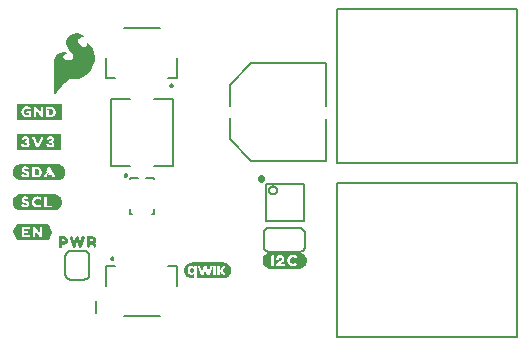
<source format=gto>
G04 EAGLE Gerber RS-274X export*
G75*
%MOMM*%
%FSLAX34Y34*%
%LPD*%
%INSilkscreen Top*%
%IPPOS*%
%AMOC8*
5,1,8,0,0,1.08239X$1,22.5*%
G01*
%ADD10C,0.203200*%
%ADD11C,0.127000*%

G36*
X53045Y205530D02*
X53045Y205530D01*
X53129Y205533D01*
X53130Y205533D01*
X53131Y205533D01*
X53209Y205576D01*
X53282Y205615D01*
X53282Y205616D01*
X53283Y205616D01*
X53287Y205622D01*
X53370Y205730D01*
X53443Y205875D01*
X53799Y206231D01*
X53806Y206242D01*
X53819Y206253D01*
X54419Y206953D01*
X54423Y206960D01*
X54430Y206967D01*
X55122Y207856D01*
X56013Y208846D01*
X56016Y208851D01*
X56022Y208857D01*
X57017Y210050D01*
X58110Y211243D01*
X59309Y212541D01*
X60609Y213941D01*
X60613Y213948D01*
X60620Y213954D01*
X61710Y215242D01*
X62792Y216324D01*
X63767Y217202D01*
X64719Y217868D01*
X65760Y218341D01*
X66781Y218620D01*
X70630Y218620D01*
X70650Y218625D01*
X70677Y218623D01*
X73077Y218923D01*
X73099Y218931D01*
X73130Y218933D01*
X75330Y219533D01*
X75353Y219545D01*
X75386Y219553D01*
X77386Y220453D01*
X77405Y220467D01*
X77433Y220479D01*
X79333Y221679D01*
X79344Y221689D01*
X79361Y221698D01*
X81061Y222998D01*
X81078Y223019D01*
X81107Y223040D01*
X82607Y224640D01*
X82615Y224654D01*
X82630Y224667D01*
X84030Y226467D01*
X84043Y226494D01*
X84068Y226526D01*
X85968Y230226D01*
X85976Y230257D01*
X85996Y230298D01*
X86996Y233898D01*
X86998Y233932D01*
X87010Y233978D01*
X87210Y237478D01*
X87204Y237510D01*
X87206Y237557D01*
X86706Y240857D01*
X86695Y240886D01*
X86688Y240928D01*
X85688Y243728D01*
X85674Y243749D01*
X85664Y243781D01*
X84364Y246181D01*
X84338Y246210D01*
X84299Y246269D01*
X82599Y247969D01*
X82569Y247987D01*
X82532Y248022D01*
X80932Y249022D01*
X80866Y249045D01*
X80802Y249073D01*
X80785Y249073D01*
X80768Y249078D01*
X80699Y249069D01*
X80629Y249067D01*
X80614Y249058D01*
X80596Y249056D01*
X80538Y249017D01*
X80477Y248984D01*
X80467Y248969D01*
X80452Y248959D01*
X80417Y248899D01*
X80377Y248842D01*
X80374Y248823D01*
X80366Y248809D01*
X80363Y248770D01*
X80350Y248700D01*
X80350Y248100D01*
X80357Y248070D01*
X80357Y248025D01*
X80443Y247594D01*
X80267Y246534D01*
X80028Y246136D01*
X79613Y245721D01*
X79052Y245480D01*
X78483Y245480D01*
X77168Y245856D01*
X76427Y246227D01*
X75065Y247200D01*
X74388Y247779D01*
X73929Y248238D01*
X73452Y249002D01*
X73449Y249005D01*
X73446Y249011D01*
X73079Y249562D01*
X72902Y250184D01*
X72815Y250700D01*
X72898Y251197D01*
X73077Y251644D01*
X73352Y252194D01*
X73706Y252636D01*
X74444Y253282D01*
X74822Y253471D01*
X75163Y253641D01*
X75897Y253825D01*
X76751Y253920D01*
X77983Y253920D01*
X78338Y253831D01*
X78374Y253831D01*
X78430Y253820D01*
X78530Y253820D01*
X78591Y253834D01*
X78654Y253840D01*
X78675Y253854D01*
X78699Y253859D01*
X78747Y253899D01*
X78800Y253933D01*
X78813Y253954D01*
X78832Y253969D01*
X78858Y254027D01*
X78891Y254080D01*
X78893Y254105D01*
X78903Y254128D01*
X78901Y254190D01*
X78907Y254253D01*
X78898Y254276D01*
X78897Y254301D01*
X78867Y254356D01*
X78844Y254415D01*
X78824Y254434D01*
X78814Y254453D01*
X78783Y254474D01*
X78741Y254516D01*
X78447Y254713D01*
X77751Y255209D01*
X77736Y255215D01*
X77722Y255228D01*
X76522Y255928D01*
X76498Y255936D01*
X76471Y255953D01*
X74971Y256553D01*
X74953Y256556D01*
X74932Y256566D01*
X73132Y257066D01*
X73098Y257068D01*
X73049Y257080D01*
X71049Y257180D01*
X71011Y257173D01*
X70946Y257171D01*
X68746Y256671D01*
X68712Y256654D01*
X68654Y256637D01*
X66354Y255437D01*
X66329Y255416D01*
X66288Y255394D01*
X64588Y253994D01*
X64565Y253963D01*
X64517Y253915D01*
X63417Y252315D01*
X63403Y252280D01*
X63371Y252227D01*
X62771Y250527D01*
X62768Y250492D01*
X62766Y250481D01*
X62757Y250462D01*
X62758Y250440D01*
X62750Y250400D01*
X62750Y248700D01*
X62759Y248662D01*
X62765Y248593D01*
X63265Y246893D01*
X63279Y246868D01*
X63290Y246830D01*
X64190Y245030D01*
X64209Y245007D01*
X64228Y244969D01*
X65528Y243269D01*
X65545Y243255D01*
X65561Y243231D01*
X67252Y241541D01*
X68508Y240091D01*
X69150Y238716D01*
X69150Y237457D01*
X68791Y236292D01*
X67979Y235390D01*
X66869Y234649D01*
X65577Y234280D01*
X64081Y234280D01*
X63041Y234564D01*
X62221Y234837D01*
X61588Y235379D01*
X61043Y235925D01*
X60786Y236438D01*
X60610Y237053D01*
X60610Y237638D01*
X60771Y238121D01*
X61018Y238450D01*
X61384Y238816D01*
X61863Y239199D01*
X62218Y239466D01*
X62671Y239647D01*
X62683Y239655D01*
X62700Y239660D01*
X62944Y239782D01*
X63300Y239960D01*
X63329Y239984D01*
X63399Y240031D01*
X63499Y240131D01*
X63512Y240153D01*
X63532Y240169D01*
X63558Y240226D01*
X63590Y240278D01*
X63593Y240304D01*
X63603Y240328D01*
X63601Y240389D01*
X63607Y240451D01*
X63598Y240475D01*
X63597Y240501D01*
X63567Y240555D01*
X63545Y240613D01*
X63526Y240630D01*
X63514Y240653D01*
X63464Y240688D01*
X63418Y240730D01*
X63393Y240738D01*
X63372Y240753D01*
X63288Y240769D01*
X63252Y240780D01*
X63242Y240778D01*
X63230Y240780D01*
X63192Y240780D01*
X62961Y240857D01*
X62471Y241053D01*
X62436Y241058D01*
X62384Y241076D01*
X61684Y241176D01*
X61660Y241174D01*
X61630Y241180D01*
X59830Y241180D01*
X59800Y241173D01*
X59755Y241173D01*
X58755Y240973D01*
X58745Y240968D01*
X58730Y240967D01*
X57630Y240667D01*
X57613Y240658D01*
X57589Y240653D01*
X56589Y240253D01*
X56562Y240234D01*
X56519Y240216D01*
X55619Y239616D01*
X55598Y239594D01*
X55561Y239569D01*
X54761Y238769D01*
X54750Y238751D01*
X54730Y238733D01*
X54030Y237833D01*
X54019Y237809D01*
X53996Y237782D01*
X53396Y236682D01*
X53387Y236649D01*
X53364Y236604D01*
X52964Y235204D01*
X52963Y235179D01*
X52953Y235147D01*
X52753Y233547D01*
X52754Y233535D01*
X52750Y233520D01*
X52650Y231620D01*
X52652Y231611D01*
X52650Y231600D01*
X52650Y205900D01*
X52670Y205815D01*
X52689Y205733D01*
X52689Y205732D01*
X52689Y205731D01*
X52746Y205663D01*
X52798Y205599D01*
X52799Y205598D01*
X52877Y205563D01*
X52956Y205527D01*
X52957Y205527D01*
X52958Y205527D01*
X53045Y205530D01*
G37*
G36*
X55292Y132755D02*
X55292Y132755D01*
X55301Y132752D01*
X55991Y132851D01*
X56680Y132851D01*
X56707Y132861D01*
X56727Y132858D01*
X57324Y133057D01*
X58021Y133257D01*
X58034Y133267D01*
X58047Y133267D01*
X58647Y133567D01*
X58654Y133575D01*
X58663Y133576D01*
X59263Y133976D01*
X59267Y133982D01*
X59269Y133983D01*
X59273Y133983D01*
X60273Y134783D01*
X60278Y134792D01*
X60286Y134794D01*
X60786Y135294D01*
X60793Y135311D01*
X60804Y135317D01*
X61204Y135917D01*
X61207Y135928D01*
X61214Y135933D01*
X61814Y137133D01*
X61815Y137146D01*
X61822Y137153D01*
X62022Y137753D01*
X62021Y137757D01*
X62024Y137759D01*
X62224Y138459D01*
X62221Y138484D01*
X62229Y138500D01*
X62229Y139188D01*
X62327Y139775D01*
X62322Y139803D01*
X62328Y139821D01*
X62128Y141221D01*
X62120Y141235D01*
X62122Y141247D01*
X61923Y141844D01*
X61724Y142541D01*
X61713Y142554D01*
X61714Y142567D01*
X61414Y143167D01*
X61399Y143180D01*
X61397Y143193D01*
X61001Y143688D01*
X60604Y144283D01*
X60590Y144293D01*
X60586Y144306D01*
X60086Y144806D01*
X60076Y144810D01*
X60073Y144817D01*
X59573Y145217D01*
X59566Y145219D01*
X59563Y145224D01*
X58963Y145624D01*
X58952Y145627D01*
X58947Y145634D01*
X57747Y146234D01*
X57734Y146235D01*
X57727Y146242D01*
X57127Y146442D01*
X57111Y146441D01*
X57101Y146448D01*
X55701Y146648D01*
X55689Y146645D01*
X55680Y146649D01*
X24580Y146649D01*
X24548Y146637D01*
X24532Y146635D01*
X24521Y146644D01*
X24496Y146641D01*
X24480Y146649D01*
X23980Y146649D01*
X23966Y146644D01*
X23955Y146647D01*
X23355Y146547D01*
X23347Y146542D01*
X23339Y146544D01*
X22639Y146344D01*
X22636Y146341D01*
X22633Y146342D01*
X22033Y146142D01*
X22027Y146137D01*
X22021Y146137D01*
X21321Y145837D01*
X21312Y145829D01*
X21303Y145828D01*
X20803Y145528D01*
X20801Y145525D01*
X20797Y145524D01*
X20197Y145124D01*
X20187Y145110D01*
X20174Y145106D01*
X19174Y144106D01*
X19170Y144096D01*
X19163Y144093D01*
X18763Y143593D01*
X18758Y143575D01*
X18747Y143567D01*
X18147Y142367D01*
X18145Y142350D01*
X18137Y142341D01*
X17937Y141644D01*
X17738Y141047D01*
X17739Y141031D01*
X17732Y141021D01*
X17632Y140321D01*
X17635Y140309D01*
X17631Y140300D01*
X17631Y139000D01*
X17640Y138976D01*
X17637Y138959D01*
X17834Y138269D01*
X17932Y137579D01*
X17947Y137553D01*
X17947Y137533D01*
X18847Y135733D01*
X18861Y135720D01*
X18863Y135707D01*
X19263Y135207D01*
X19271Y135202D01*
X19272Y135199D01*
X19273Y135199D01*
X19274Y135194D01*
X20274Y134194D01*
X20301Y134183D01*
X20313Y134167D01*
X20905Y133871D01*
X21497Y133476D01*
X21521Y133471D01*
X21533Y133458D01*
X22733Y133058D01*
X22737Y133059D01*
X22739Y133057D01*
X23439Y132857D01*
X23451Y132858D01*
X23459Y132852D01*
X24159Y132752D01*
X24171Y132755D01*
X24180Y132751D01*
X55280Y132751D01*
X55292Y132755D01*
G37*
G36*
X53092Y107355D02*
X53092Y107355D01*
X53101Y107352D01*
X53801Y107452D01*
X53815Y107460D01*
X53827Y107458D01*
X54424Y107657D01*
X55121Y107857D01*
X55134Y107867D01*
X55147Y107867D01*
X56347Y108467D01*
X56360Y108481D01*
X56373Y108483D01*
X56873Y108883D01*
X56878Y108892D01*
X56886Y108894D01*
X57886Y109894D01*
X57890Y109904D01*
X57897Y109907D01*
X58297Y110407D01*
X58302Y110425D01*
X58314Y110433D01*
X58914Y111633D01*
X58915Y111646D01*
X58922Y111653D01*
X59122Y112253D01*
X59121Y112257D01*
X59124Y112259D01*
X59324Y112959D01*
X59322Y112971D01*
X59328Y112979D01*
X59428Y113679D01*
X59425Y113691D01*
X59429Y113700D01*
X59429Y115000D01*
X59425Y115012D01*
X59428Y115021D01*
X59328Y115721D01*
X59320Y115735D01*
X59322Y115747D01*
X59123Y116344D01*
X58924Y117041D01*
X58913Y117054D01*
X58914Y117067D01*
X58614Y117667D01*
X58605Y117674D01*
X58604Y117683D01*
X58204Y118283D01*
X58198Y118287D01*
X58197Y118293D01*
X57797Y118793D01*
X57788Y118798D01*
X57786Y118806D01*
X57286Y119306D01*
X57276Y119310D01*
X57273Y119317D01*
X56273Y120117D01*
X56266Y120119D01*
X56263Y120124D01*
X55663Y120524D01*
X55639Y120529D01*
X55627Y120542D01*
X55027Y120742D01*
X55023Y120741D01*
X55021Y120744D01*
X54324Y120943D01*
X53727Y121142D01*
X53711Y121141D01*
X53701Y121148D01*
X53001Y121248D01*
X52989Y121245D01*
X52980Y121249D01*
X24580Y121249D01*
X24551Y121238D01*
X24530Y121237D01*
X24523Y121243D01*
X24497Y121241D01*
X24480Y121249D01*
X24180Y121249D01*
X24168Y121245D01*
X24159Y121248D01*
X23459Y121148D01*
X23448Y121142D01*
X23439Y121144D01*
X22739Y120944D01*
X22736Y120941D01*
X22733Y120942D01*
X21533Y120542D01*
X21514Y120526D01*
X21497Y120524D01*
X20905Y120129D01*
X20313Y119834D01*
X20294Y119812D01*
X20274Y119806D01*
X19274Y118806D01*
X19270Y118796D01*
X19263Y118793D01*
X18863Y118293D01*
X18858Y118275D01*
X18847Y118267D01*
X17947Y116467D01*
X17944Y116438D01*
X17932Y116421D01*
X17834Y115734D01*
X17638Y115147D01*
X17639Y115134D01*
X17635Y115126D01*
X17638Y115115D01*
X17631Y115100D01*
X17631Y113700D01*
X17635Y113688D01*
X17632Y113679D01*
X17732Y112979D01*
X17740Y112965D01*
X17738Y112953D01*
X17938Y112355D01*
X18137Y111659D01*
X18147Y111646D01*
X18147Y111633D01*
X18447Y111033D01*
X18452Y111029D01*
X18452Y111023D01*
X18752Y110523D01*
X18755Y110521D01*
X18756Y110517D01*
X19156Y109917D01*
X19170Y109907D01*
X19174Y109894D01*
X19674Y109394D01*
X19684Y109390D01*
X19687Y109383D01*
X20687Y108583D01*
X20694Y108581D01*
X20697Y108576D01*
X21297Y108176D01*
X21308Y108173D01*
X21313Y108167D01*
X21913Y107867D01*
X21930Y107865D01*
X21939Y107857D01*
X22636Y107657D01*
X23233Y107458D01*
X23262Y107460D01*
X23280Y107451D01*
X23969Y107451D01*
X24659Y107352D01*
X24671Y107355D01*
X24680Y107351D01*
X53080Y107351D01*
X53092Y107355D01*
G37*
G36*
X59024Y183568D02*
X59024Y183568D01*
X59069Y183580D01*
X59072Y183586D01*
X59080Y183589D01*
X59129Y183685D01*
X59126Y183694D01*
X59129Y183700D01*
X59129Y197200D01*
X59117Y197233D01*
X59113Y197268D01*
X59099Y197278D01*
X59091Y197300D01*
X59021Y197335D01*
X59005Y197347D01*
X58405Y197447D01*
X58390Y197444D01*
X58380Y197449D01*
X24580Y197449D01*
X24545Y197436D01*
X24530Y197434D01*
X24511Y197446D01*
X24492Y197443D01*
X24480Y197449D01*
X21180Y197449D01*
X21136Y197432D01*
X21091Y197420D01*
X21088Y197414D01*
X21080Y197411D01*
X21031Y197315D01*
X21034Y197306D01*
X21031Y197300D01*
X21031Y183800D01*
X21043Y183767D01*
X21047Y183732D01*
X21061Y183722D01*
X21069Y183700D01*
X21139Y183665D01*
X21155Y183653D01*
X21755Y183553D01*
X21770Y183556D01*
X21780Y183551D01*
X58980Y183551D01*
X59024Y183568D01*
G37*
G36*
X58213Y158163D02*
X58213Y158163D01*
X58248Y158167D01*
X58258Y158181D01*
X58280Y158189D01*
X58315Y158259D01*
X58327Y158275D01*
X58427Y158875D01*
X58426Y158879D01*
X58428Y158882D01*
X58425Y158892D01*
X58429Y158900D01*
X58429Y171800D01*
X58417Y171833D01*
X58413Y171868D01*
X58399Y171878D01*
X58391Y171900D01*
X58321Y171935D01*
X58305Y171947D01*
X57705Y172047D01*
X57690Y172044D01*
X57680Y172049D01*
X24580Y172049D01*
X24550Y172038D01*
X24530Y172037D01*
X24522Y172043D01*
X24496Y172041D01*
X24480Y172049D01*
X21380Y172049D01*
X21362Y172042D01*
X21342Y172044D01*
X21323Y172027D01*
X21280Y172011D01*
X21261Y171972D01*
X21241Y171955D01*
X21041Y171455D01*
X21041Y171420D01*
X21031Y171400D01*
X21031Y158500D01*
X21038Y158482D01*
X21036Y158462D01*
X21053Y158443D01*
X21069Y158400D01*
X21108Y158381D01*
X21125Y158361D01*
X21625Y158161D01*
X21660Y158161D01*
X21680Y158151D01*
X58180Y158151D01*
X58213Y158163D01*
G37*
G36*
X259940Y57924D02*
X259940Y57924D01*
X259943Y57921D01*
X260539Y58021D01*
X261235Y58021D01*
X261243Y58027D01*
X261249Y58023D01*
X261949Y58223D01*
X261950Y58224D01*
X261951Y58223D01*
X262551Y58423D01*
X262554Y58428D01*
X262557Y58426D01*
X263157Y58726D01*
X263159Y58730D01*
X263162Y58729D01*
X263762Y59129D01*
X263763Y59132D01*
X263766Y59132D01*
X264766Y59932D01*
X264767Y59936D01*
X264770Y59935D01*
X265270Y60435D01*
X265271Y60442D01*
X265276Y60443D01*
X265676Y61043D01*
X265676Y61045D01*
X265677Y61045D01*
X265977Y61545D01*
X265977Y61550D01*
X265980Y61551D01*
X266280Y62251D01*
X266280Y62254D01*
X266282Y62254D01*
X266682Y63454D01*
X266680Y63461D01*
X266684Y63463D01*
X266784Y64163D01*
X266781Y64168D01*
X266784Y64170D01*
X266784Y65570D01*
X266781Y65575D01*
X266784Y65578D01*
X266684Y66178D01*
X266680Y66181D01*
X266682Y66184D01*
X266482Y66884D01*
X266481Y66885D01*
X266482Y66886D01*
X266282Y67486D01*
X266274Y67491D01*
X266276Y67497D01*
X265878Y68095D01*
X265579Y68692D01*
X265572Y68695D01*
X265573Y68701D01*
X265173Y69201D01*
X265169Y69202D01*
X265170Y69205D01*
X264170Y70205D01*
X264158Y70206D01*
X264157Y70214D01*
X263560Y70513D01*
X262962Y70911D01*
X262953Y70910D01*
X262951Y70917D01*
X262354Y71116D01*
X261757Y71414D01*
X261746Y71412D01*
X261742Y71419D01*
X260342Y71619D01*
X260337Y71616D01*
X260335Y71619D01*
X235535Y71619D01*
X235531Y71616D01*
X235528Y71619D01*
X234828Y71519D01*
X234823Y71514D01*
X234819Y71517D01*
X234220Y71317D01*
X233521Y71117D01*
X233517Y71112D01*
X233513Y71114D01*
X232313Y70514D01*
X232310Y70507D01*
X232304Y70508D01*
X231304Y69708D01*
X231303Y69704D01*
X231300Y69705D01*
X230800Y69205D01*
X230799Y69198D01*
X230794Y69197D01*
X229994Y67997D01*
X229994Y67993D01*
X229991Y67992D01*
X229691Y67392D01*
X229691Y67390D01*
X229691Y67389D01*
X229692Y67387D01*
X229688Y67386D01*
X229488Y66786D01*
X229489Y66784D01*
X229488Y66784D01*
X229288Y66084D01*
X229289Y66080D01*
X229286Y66078D01*
X229186Y65478D01*
X229189Y65473D01*
X229186Y65470D01*
X229186Y64070D01*
X229189Y64065D01*
X229186Y64062D01*
X229286Y63462D01*
X229290Y63459D01*
X229288Y63456D01*
X229488Y62756D01*
X229489Y62755D01*
X229488Y62754D01*
X229688Y62154D01*
X229693Y62151D01*
X229691Y62148D01*
X229991Y61548D01*
X229995Y61546D01*
X229994Y61543D01*
X230794Y60343D01*
X230801Y60340D01*
X230800Y60335D01*
X231300Y59835D01*
X231304Y59835D01*
X231304Y59832D01*
X232304Y59032D01*
X232312Y59031D01*
X232313Y59026D01*
X233513Y58426D01*
X233520Y58427D01*
X233521Y58423D01*
X234220Y58223D01*
X234819Y58023D01*
X234826Y58025D01*
X234828Y58021D01*
X235528Y57921D01*
X235533Y57924D01*
X235535Y57921D01*
X259935Y57921D01*
X259940Y57924D01*
G37*
G36*
X171320Y50103D02*
X171320Y50103D01*
X171342Y50106D01*
X171350Y50123D01*
X171359Y50128D01*
X171357Y50138D01*
X171364Y50153D01*
X171376Y50569D01*
X171376Y50570D01*
X171376Y53749D01*
X171370Y53758D01*
X171373Y53769D01*
X171353Y53785D01*
X171340Y53806D01*
X171329Y53804D01*
X171320Y53811D01*
X171277Y53797D01*
X171272Y53796D01*
X171272Y53795D01*
X171271Y53795D01*
X170954Y53497D01*
X170543Y53182D01*
X170078Y52960D01*
X169575Y52840D01*
X169058Y52806D01*
X168540Y52854D01*
X168035Y52972D01*
X167551Y53157D01*
X167102Y53414D01*
X166716Y53759D01*
X166391Y54163D01*
X166126Y54609D01*
X165919Y55085D01*
X165794Y55591D01*
X165721Y56109D01*
X165685Y56630D01*
X165725Y57151D01*
X165808Y57667D01*
X165940Y58171D01*
X166156Y58643D01*
X166438Y59078D01*
X166780Y59466D01*
X167180Y59793D01*
X167633Y60045D01*
X168126Y60204D01*
X168638Y60292D01*
X169157Y60325D01*
X169672Y60269D01*
X170167Y60120D01*
X170625Y59883D01*
X171030Y59554D01*
X171031Y59553D01*
X171032Y59552D01*
X171276Y59367D01*
X171284Y59367D01*
X171288Y59360D01*
X171316Y59364D01*
X171344Y59362D01*
X171347Y59369D01*
X171355Y59370D01*
X171376Y59417D01*
X171376Y60022D01*
X171387Y60248D01*
X173687Y60248D01*
X173683Y60002D01*
X173691Y59990D01*
X173711Y50344D01*
X173711Y50343D01*
X173711Y50341D01*
X173720Y50151D01*
X173732Y50134D01*
X173735Y50113D01*
X173753Y50105D01*
X173760Y50096D01*
X173769Y50098D01*
X173783Y50092D01*
X196361Y50094D01*
X196363Y50095D01*
X196367Y50094D01*
X197421Y50200D01*
X197424Y50202D01*
X197428Y50201D01*
X197943Y50313D01*
X197946Y50315D01*
X197950Y50314D01*
X198955Y50643D01*
X198959Y50647D01*
X198966Y50648D01*
X199897Y51153D01*
X199899Y51157D01*
X199906Y51159D01*
X200735Y51815D01*
X200736Y51818D01*
X200740Y51820D01*
X201117Y52188D01*
X201118Y52191D01*
X201122Y52193D01*
X201789Y53016D01*
X201789Y53021D01*
X201795Y53025D01*
X202301Y53956D01*
X202300Y53961D01*
X202304Y53965D01*
X202488Y54459D01*
X202487Y54461D01*
X202489Y54463D01*
X202646Y54968D01*
X202645Y54970D01*
X202647Y54972D01*
X202771Y55485D01*
X202769Y55489D01*
X202772Y55493D01*
X202879Y56547D01*
X202876Y56552D01*
X202879Y56559D01*
X202789Y57613D01*
X202788Y57615D01*
X202789Y57619D01*
X202698Y58138D01*
X202696Y58141D01*
X202696Y58146D01*
X202382Y59158D01*
X202378Y59161D01*
X202378Y59169D01*
X201877Y60102D01*
X201874Y60103D01*
X201873Y60108D01*
X201570Y60540D01*
X201568Y60541D01*
X201567Y60544D01*
X201230Y60953D01*
X201229Y60953D01*
X201228Y60955D01*
X201198Y60989D01*
X201141Y61051D01*
X201141Y61052D01*
X201084Y61114D01*
X201027Y61177D01*
X200914Y61302D01*
X200914Y61303D01*
X200874Y61346D01*
X200870Y61347D01*
X200867Y61353D01*
X200050Y62027D01*
X200045Y62027D01*
X200041Y62033D01*
X199116Y62548D01*
X199113Y62548D01*
X199109Y62551D01*
X198623Y62753D01*
X198620Y62753D01*
X198616Y62756D01*
X197602Y63057D01*
X197597Y63056D01*
X197591Y63059D01*
X196536Y63166D01*
X196347Y63185D01*
X196344Y63183D01*
X196341Y63185D01*
X169325Y63185D01*
X169323Y63183D01*
X169319Y63185D01*
X168265Y63080D01*
X168262Y63078D01*
X168259Y63079D01*
X167742Y62975D01*
X167740Y62973D01*
X167735Y62974D01*
X166727Y62651D01*
X166723Y62647D01*
X166716Y62647D01*
X165785Y62141D01*
X165783Y62138D01*
X165777Y62137D01*
X165353Y61823D01*
X165352Y61822D01*
X165350Y61821D01*
X164941Y61484D01*
X164941Y61482D01*
X164938Y61481D01*
X164556Y61118D01*
X164555Y61114D01*
X164551Y61112D01*
X163878Y60294D01*
X163878Y60289D01*
X163872Y60284D01*
X163366Y59353D01*
X163366Y59349D01*
X163363Y59345D01*
X163173Y58854D01*
X163173Y58852D01*
X163171Y58849D01*
X163014Y58344D01*
X163015Y58342D01*
X163013Y58341D01*
X162882Y57829D01*
X162884Y57825D01*
X162881Y57820D01*
X162774Y56766D01*
X162776Y56762D01*
X162774Y56756D01*
X162803Y56229D01*
X162804Y56228D01*
X162803Y56226D01*
X162856Y55699D01*
X162857Y55698D01*
X162857Y55696D01*
X162940Y55175D01*
X162943Y55172D01*
X162942Y55166D01*
X163256Y54154D01*
X163260Y54151D01*
X163261Y54144D01*
X163755Y53208D01*
X163758Y53206D01*
X163758Y53202D01*
X164055Y52766D01*
X164058Y52765D01*
X164059Y52760D01*
X164176Y52623D01*
X164230Y52560D01*
X164283Y52498D01*
X164444Y52309D01*
X164497Y52247D01*
X164551Y52184D01*
X164604Y52121D01*
X164746Y51955D01*
X164750Y51954D01*
X164753Y51948D01*
X165571Y51273D01*
X165575Y51273D01*
X165580Y51267D01*
X166501Y50747D01*
X166504Y50747D01*
X166507Y50744D01*
X166991Y50535D01*
X166994Y50535D01*
X166997Y50532D01*
X168010Y50223D01*
X168015Y50225D01*
X168022Y50221D01*
X169076Y50115D01*
X169078Y50116D01*
X169080Y50115D01*
X169608Y50092D01*
X169609Y50092D01*
X169611Y50092D01*
X171302Y50092D01*
X171320Y50103D01*
G37*
G36*
X47680Y81989D02*
X47680Y81989D01*
X47682Y81993D01*
X47686Y81994D01*
X48086Y82394D01*
X48098Y82422D01*
X48114Y82434D01*
X51114Y88534D01*
X51116Y88561D01*
X51127Y88575D01*
X51227Y89175D01*
X51213Y89245D01*
X51213Y89269D01*
X48113Y95269D01*
X48099Y95280D01*
X48097Y95293D01*
X47697Y95793D01*
X47604Y95847D01*
X47590Y95844D01*
X47580Y95849D01*
X24580Y95849D01*
X24562Y95842D01*
X24543Y95845D01*
X24531Y95836D01*
X24503Y95838D01*
X24480Y95849D01*
X21680Y95849D01*
X21653Y95839D01*
X21633Y95842D01*
X21033Y95642D01*
X20950Y95573D01*
X20949Y95568D01*
X20946Y95566D01*
X17946Y89466D01*
X17647Y88867D01*
X17646Y88866D01*
X17646Y88863D01*
X17644Y88839D01*
X17640Y88831D01*
X17642Y88822D01*
X17636Y88760D01*
X17647Y88745D01*
X17647Y88732D01*
X21047Y82132D01*
X21128Y82060D01*
X21145Y82060D01*
X21155Y82053D01*
X21755Y81953D01*
X21770Y81956D01*
X21780Y81951D01*
X47580Y81951D01*
X47680Y81989D01*
G37*
G36*
X74971Y75812D02*
X74971Y75812D01*
X74997Y75812D01*
X75597Y76112D01*
X75610Y76126D01*
X75627Y76133D01*
X75634Y76146D01*
X75647Y76152D01*
X76047Y76652D01*
X76056Y76682D01*
X76071Y76697D01*
X78471Y83797D01*
X78471Y83802D01*
X78474Y83804D01*
X78674Y84504D01*
X78664Y84611D01*
X78664Y84612D01*
X78464Y85012D01*
X78419Y85053D01*
X78404Y85075D01*
X77704Y85475D01*
X77683Y85478D01*
X77671Y85489D01*
X76971Y85689D01*
X76969Y85688D01*
X76968Y85689D01*
X76959Y85687D01*
X76864Y85679D01*
X76851Y85665D01*
X76837Y85662D01*
X76337Y85262D01*
X76309Y85214D01*
X76290Y85196D01*
X74701Y80827D01*
X74695Y80821D01*
X73472Y84492D01*
X73272Y85092D01*
X73248Y85120D01*
X73244Y85138D01*
X73227Y85147D01*
X73223Y85151D01*
X73213Y85169D01*
X72613Y85569D01*
X72512Y85592D01*
X72509Y85593D01*
X72508Y85593D01*
X71809Y85493D01*
X71777Y85475D01*
X71753Y85473D01*
X71253Y85173D01*
X71246Y85163D01*
X71237Y85160D01*
X71226Y85138D01*
X71212Y85120D01*
X71193Y85104D01*
X70893Y84404D01*
X70893Y84397D01*
X70889Y84393D01*
X69666Y80820D01*
X69660Y80826D01*
X68372Y84692D01*
X68363Y84702D01*
X68364Y84712D01*
X68064Y85312D01*
X68021Y85350D01*
X68007Y85373D01*
X67507Y85673D01*
X67401Y85691D01*
X67395Y85687D01*
X67389Y85689D01*
X66689Y85489D01*
X66672Y85475D01*
X66656Y85475D01*
X65956Y85075D01*
X65888Y84991D01*
X65889Y84981D01*
X65884Y84974D01*
X65784Y84474D01*
X65784Y84470D01*
X65783Y84467D01*
X65788Y84448D01*
X65791Y84430D01*
X65787Y84404D01*
X65987Y83704D01*
X65989Y83701D01*
X65989Y83697D01*
X68389Y76597D01*
X68409Y76573D01*
X68413Y76552D01*
X68813Y76052D01*
X68871Y76018D01*
X68889Y76002D01*
X69589Y75802D01*
X69631Y75805D01*
X69655Y75798D01*
X70255Y75898D01*
X70335Y75945D01*
X70345Y75949D01*
X70845Y76549D01*
X70855Y76581D01*
X70871Y76596D01*
X71671Y78896D01*
X71671Y78897D01*
X71672Y78898D01*
X72230Y80573D01*
X73588Y76498D01*
X73607Y76475D01*
X73613Y76453D01*
X73621Y76449D01*
X73624Y76439D01*
X74124Y75939D01*
X74190Y75910D01*
X74209Y75897D01*
X74909Y75797D01*
X74971Y75812D01*
G37*
G36*
X82649Y75897D02*
X82649Y75897D01*
X82697Y75923D01*
X82723Y75928D01*
X83223Y76328D01*
X83276Y76418D01*
X83277Y76420D01*
X83377Y77020D01*
X83374Y77035D01*
X83379Y77045D01*
X83379Y78344D01*
X83759Y78496D01*
X84947Y78496D01*
X85398Y77775D01*
X86093Y76185D01*
X86108Y76170D01*
X86113Y76155D01*
X86134Y76144D01*
X86140Y76138D01*
X86153Y76117D01*
X86653Y75817D01*
X86734Y75803D01*
X86751Y75797D01*
X87451Y75897D01*
X87481Y75914D01*
X87504Y75915D01*
X88204Y76315D01*
X88254Y76377D01*
X88269Y76390D01*
X88469Y76890D01*
X88470Y76965D01*
X88474Y76986D01*
X88274Y77686D01*
X88271Y77689D01*
X88272Y77692D01*
X88172Y77992D01*
X88165Y78000D01*
X88166Y78008D01*
X87573Y79292D01*
X87492Y79696D01*
X87936Y80139D01*
X87953Y80180D01*
X87972Y80198D01*
X88172Y80798D01*
X88171Y80802D01*
X88174Y80804D01*
X88374Y81504D01*
X88371Y81529D01*
X88379Y81545D01*
X88379Y82245D01*
X88375Y82257D01*
X88378Y82266D01*
X88278Y82966D01*
X88270Y82980D01*
X88272Y82992D01*
X88072Y83592D01*
X88063Y83602D01*
X88064Y83612D01*
X87764Y84212D01*
X87742Y84231D01*
X87739Y84243D01*
X87730Y84247D01*
X87723Y84262D01*
X87271Y84623D01*
X87279Y84642D01*
X87277Y84647D01*
X87279Y84652D01*
X87269Y84670D01*
X87242Y84743D01*
X87221Y84754D01*
X87213Y84769D01*
X86613Y85169D01*
X86602Y85172D01*
X86597Y85179D01*
X85997Y85479D01*
X85968Y85481D01*
X85951Y85493D01*
X85253Y85593D01*
X84655Y85692D01*
X84640Y85689D01*
X84630Y85694D01*
X81830Y85694D01*
X81806Y85685D01*
X81789Y85689D01*
X81089Y85489D01*
X81059Y85466D01*
X81039Y85458D01*
X81034Y85447D01*
X81003Y85424D01*
X81000Y85408D01*
X80991Y85400D01*
X80791Y84900D01*
X80791Y84865D01*
X80781Y84845D01*
X80781Y76645D01*
X80793Y76612D01*
X80791Y76590D01*
X80991Y76090D01*
X81065Y76011D01*
X81080Y76010D01*
X81089Y76002D01*
X81789Y75802D01*
X81826Y75805D01*
X81849Y75797D01*
X82649Y75897D01*
G37*
G36*
X58730Y75834D02*
X58730Y75834D01*
X58732Y75838D01*
X58736Y75839D01*
X59136Y76239D01*
X59163Y76300D01*
X59177Y76320D01*
X59277Y76920D01*
X59274Y76935D01*
X59279Y76945D01*
X59279Y78244D01*
X59659Y78396D01*
X60930Y78396D01*
X60942Y78400D01*
X60951Y78397D01*
X61651Y78497D01*
X61670Y78508D01*
X61685Y78506D01*
X62181Y78705D01*
X62190Y78706D01*
X62283Y78706D01*
X62298Y78719D01*
X62313Y78721D01*
X62913Y79121D01*
X62917Y79127D01*
X62923Y79128D01*
X63423Y79528D01*
X63433Y79546D01*
X63447Y79552D01*
X63847Y80052D01*
X63854Y80075D01*
X63867Y80086D01*
X64167Y80786D01*
X64167Y80794D01*
X64172Y80798D01*
X64372Y81398D01*
X64370Y81427D01*
X64379Y81445D01*
X64379Y82845D01*
X64363Y82886D01*
X64364Y82912D01*
X63964Y83712D01*
X63949Y83725D01*
X63947Y83738D01*
X63547Y84238D01*
X63542Y84241D01*
X63541Y84243D01*
X63538Y84244D01*
X63536Y84251D01*
X63036Y84751D01*
X63019Y84758D01*
X63013Y84769D01*
X62413Y85169D01*
X62402Y85172D01*
X62397Y85179D01*
X61797Y85479D01*
X61770Y85481D01*
X61755Y85492D01*
X61155Y85592D01*
X61140Y85589D01*
X61130Y85594D01*
X57630Y85594D01*
X57603Y85584D01*
X57583Y85587D01*
X56983Y85387D01*
X56900Y85318D01*
X56898Y85306D01*
X56891Y85300D01*
X56691Y84800D01*
X56691Y84780D01*
X56684Y84765D01*
X56686Y84756D01*
X56681Y84745D01*
X56681Y76545D01*
X56703Y76488D01*
X56709Y76467D01*
X56711Y76455D01*
X57011Y76055D01*
X57073Y76017D01*
X57089Y76002D01*
X57789Y75802D01*
X57814Y75804D01*
X57830Y75796D01*
X58630Y75796D01*
X58730Y75834D01*
G37*
%LPC*%
G36*
X177299Y52898D02*
X177299Y52898D01*
X176938Y52903D01*
X174350Y60021D01*
X174349Y60023D01*
X174351Y60057D01*
X174279Y60248D01*
X176615Y60248D01*
X176672Y60052D01*
X178021Y55479D01*
X178035Y55467D01*
X178041Y55449D01*
X178064Y55442D01*
X178073Y55435D01*
X178080Y55438D01*
X178090Y55435D01*
X178239Y55456D01*
X178247Y55463D01*
X178257Y55462D01*
X178289Y55500D01*
X178290Y55501D01*
X179630Y60239D01*
X179927Y60248D01*
X181515Y60248D01*
X181917Y60250D01*
X183267Y55643D01*
X183364Y55287D01*
X183378Y55275D01*
X183383Y55257D01*
X183401Y55254D01*
X183415Y55242D01*
X183432Y55249D01*
X183451Y55247D01*
X183466Y55264D01*
X183477Y55269D01*
X183479Y55278D01*
X183485Y55286D01*
X184885Y59909D01*
X184987Y60248D01*
X187061Y60248D01*
X187245Y60242D01*
X187155Y59980D01*
X184595Y52905D01*
X184266Y52898D01*
X182680Y52898D01*
X182214Y52921D01*
X180822Y57434D01*
X180809Y57445D01*
X180806Y57461D01*
X180786Y57465D01*
X180770Y57478D01*
X180755Y57471D01*
X180739Y57474D01*
X180719Y57454D01*
X180709Y57449D01*
X180708Y57442D01*
X180703Y57437D01*
X180546Y57000D01*
X180546Y56999D01*
X180545Y56998D01*
X179272Y52917D01*
X178886Y52898D01*
X177299Y52898D01*
G37*
%LPD*%
%LPC*%
G36*
X36042Y185949D02*
X36042Y185949D01*
X35729Y186262D01*
X35729Y186800D01*
X35721Y186822D01*
X35722Y186845D01*
X35705Y186862D01*
X35691Y186900D01*
X35648Y186922D01*
X35629Y186941D01*
X35629Y194276D01*
X35808Y194811D01*
X36232Y195151D01*
X36856Y195151D01*
X37393Y194972D01*
X37863Y194407D01*
X37901Y194357D01*
X38014Y194208D01*
X38353Y193760D01*
X38692Y193312D01*
X38805Y193163D01*
X39143Y192715D01*
X39256Y192566D01*
X39595Y192118D01*
X39934Y191671D01*
X40047Y191521D01*
X40386Y191074D01*
X40499Y190924D01*
X40661Y190711D01*
X40661Y190710D01*
X41261Y189910D01*
X41271Y189904D01*
X41274Y189894D01*
X41474Y189694D01*
X41520Y189674D01*
X41565Y189651D01*
X41569Y189653D01*
X41573Y189651D01*
X41620Y189667D01*
X41669Y189680D01*
X41670Y189683D01*
X41675Y189685D01*
X41728Y189778D01*
X41724Y189789D01*
X41729Y189800D01*
X41729Y194538D01*
X42342Y195151D01*
X43039Y195151D01*
X43471Y194891D01*
X43731Y194459D01*
X43731Y193800D01*
X43741Y193773D01*
X43742Y193752D01*
X43739Y193748D01*
X43739Y193730D01*
X43731Y193714D01*
X43734Y193706D01*
X43731Y193700D01*
X43731Y187000D01*
X43746Y186960D01*
X43749Y186949D01*
X43745Y186941D01*
X43733Y186925D01*
X43641Y186372D01*
X43310Y186041D01*
X42669Y185949D01*
X42042Y185949D01*
X41493Y186498D01*
X37899Y191290D01*
X37893Y191293D01*
X37891Y191300D01*
X37849Y191321D01*
X37808Y191347D01*
X37801Y191345D01*
X37795Y191349D01*
X37749Y191336D01*
X37703Y191328D01*
X37698Y191322D01*
X37691Y191320D01*
X37681Y191299D01*
X37637Y191243D01*
X37641Y191220D01*
X37631Y191200D01*
X37631Y186529D01*
X37469Y186123D01*
X36859Y185949D01*
X36042Y185949D01*
G37*
%LPD*%
%LPC*%
G36*
X35049Y84442D02*
X35049Y84442D01*
X34729Y84762D01*
X34729Y85300D01*
X34717Y85331D01*
X34716Y85351D01*
X34725Y85365D01*
X34722Y85386D01*
X34729Y85400D01*
X34729Y92776D01*
X34902Y93294D01*
X35415Y93551D01*
X36039Y93551D01*
X36487Y93282D01*
X37067Y92702D01*
X39060Y90011D01*
X39061Y90010D01*
X39061Y90009D01*
X40361Y88309D01*
X40453Y88253D01*
X40469Y88256D01*
X40480Y88251D01*
X40580Y88251D01*
X40624Y88268D01*
X40669Y88280D01*
X40672Y88286D01*
X40680Y88289D01*
X40729Y88385D01*
X40726Y88394D01*
X40729Y88400D01*
X40729Y92391D01*
X40826Y93167D01*
X40897Y93378D01*
X41501Y93551D01*
X42139Y93551D01*
X42556Y93300D01*
X42731Y92776D01*
X42731Y85311D01*
X42641Y84682D01*
X42322Y84443D01*
X41583Y84351D01*
X41052Y84439D01*
X40493Y84998D01*
X40473Y85025D01*
X40134Y85472D01*
X40021Y85622D01*
X39682Y86069D01*
X39569Y86219D01*
X39230Y86666D01*
X39118Y86816D01*
X39117Y86816D01*
X38892Y87114D01*
X38779Y87263D01*
X38440Y87711D01*
X38327Y87860D01*
X37988Y88308D01*
X37875Y88457D01*
X37699Y88690D01*
X37694Y88693D01*
X37693Y88697D01*
X37093Y89397D01*
X37087Y89400D01*
X37086Y89406D01*
X36886Y89606D01*
X36840Y89626D01*
X36795Y89649D01*
X36791Y89648D01*
X36787Y89649D01*
X36740Y89633D01*
X36691Y89620D01*
X36690Y89617D01*
X36685Y89615D01*
X36632Y89522D01*
X36636Y89511D01*
X36631Y89500D01*
X36631Y84841D01*
X36389Y84438D01*
X35779Y84351D01*
X35049Y84442D01*
G37*
%LPD*%
%LPC*%
G36*
X241839Y60119D02*
X241839Y60119D01*
X241261Y60216D01*
X240784Y60788D01*
X240784Y61366D01*
X240882Y61952D01*
X241273Y62539D01*
X241766Y63032D01*
X242361Y63428D01*
X243459Y64127D01*
X244057Y64426D01*
X244062Y64436D01*
X244070Y64435D01*
X245070Y65435D01*
X245071Y65447D01*
X245079Y65448D01*
X245379Y66048D01*
X245375Y66069D01*
X245384Y66078D01*
X245284Y66678D01*
X245271Y66690D01*
X245273Y66701D01*
X244873Y67201D01*
X244854Y67206D01*
X244851Y67217D01*
X244251Y67417D01*
X244235Y67412D01*
X244228Y67419D01*
X243528Y67319D01*
X243510Y67300D01*
X243497Y67301D01*
X243097Y66801D01*
X243096Y66788D01*
X243088Y66786D01*
X242888Y66186D01*
X242890Y66179D01*
X242886Y66177D01*
X242789Y65493D01*
X242415Y65119D01*
X241642Y65119D01*
X240969Y65311D01*
X240784Y65682D01*
X240784Y66466D01*
X240883Y67058D01*
X241081Y67651D01*
X241377Y68243D01*
X241870Y68835D01*
X242359Y69226D01*
X242951Y69423D01*
X243543Y69621D01*
X245027Y69621D01*
X245613Y69425D01*
X246206Y69030D01*
X246698Y68636D01*
X247092Y68045D01*
X247389Y67451D01*
X247586Y66862D01*
X247586Y65478D01*
X247390Y64892D01*
X246995Y64299D01*
X246600Y63805D01*
X246004Y63308D01*
X245508Y62912D01*
X244913Y62614D01*
X244911Y62610D01*
X244908Y62611D01*
X244608Y62411D01*
X244602Y62394D01*
X244588Y62383D01*
X244595Y62374D01*
X244588Y62355D01*
X244617Y62345D01*
X244635Y62321D01*
X247127Y62321D01*
X247702Y62129D01*
X247986Y61656D01*
X247986Y60878D01*
X247796Y60307D01*
X247326Y60119D01*
X241839Y60119D01*
G37*
%LPD*%
%LPC*%
G36*
X26189Y84349D02*
X26189Y84349D01*
X25478Y84438D01*
X25325Y84744D01*
X25229Y85509D01*
X25229Y92959D01*
X25480Y93376D01*
X26004Y93551D01*
X31468Y93551D01*
X32008Y93461D01*
X32338Y93131D01*
X32428Y92412D01*
X32253Y91798D01*
X31839Y91549D01*
X27780Y91549D01*
X27713Y91523D01*
X27690Y91519D01*
X27290Y91219D01*
X27233Y91128D01*
X27237Y91111D01*
X27231Y91100D01*
X27231Y90400D01*
X27269Y90300D01*
X27273Y90298D01*
X27274Y90294D01*
X27574Y89994D01*
X27673Y89951D01*
X27677Y89952D01*
X27680Y89951D01*
X30339Y89951D01*
X30753Y89702D01*
X30931Y89079D01*
X30931Y88362D01*
X30610Y88041D01*
X29966Y87949D01*
X27973Y87849D01*
X27963Y87845D01*
X27955Y87847D01*
X27355Y87747D01*
X27325Y87729D01*
X27291Y87720D01*
X27283Y87705D01*
X27263Y87693D01*
X27240Y87618D01*
X27231Y87600D01*
X27231Y86900D01*
X27247Y86859D01*
X27247Y86833D01*
X27447Y86433D01*
X27457Y86424D01*
X27460Y86411D01*
X27484Y86399D01*
X27526Y86361D01*
X27560Y86361D01*
X27580Y86351D01*
X30969Y86351D01*
X31657Y86253D01*
X32167Y86168D01*
X32331Y85676D01*
X32331Y84841D01*
X32088Y84436D01*
X31568Y84349D01*
X26189Y84349D01*
G37*
%LPD*%
%LPC*%
G36*
X47091Y185949D02*
X47091Y185949D01*
X46439Y186042D01*
X46119Y186282D01*
X46029Y186911D01*
X46029Y193047D01*
X48031Y192581D01*
X48031Y188700D01*
X48036Y188686D01*
X48033Y188675D01*
X48133Y188075D01*
X48151Y188045D01*
X48160Y188011D01*
X48175Y188003D01*
X48187Y187983D01*
X48262Y187960D01*
X48280Y187951D01*
X50280Y187951D01*
X50307Y187961D01*
X50327Y187958D01*
X50627Y188058D01*
X50661Y188086D01*
X50686Y188094D01*
X51186Y188594D01*
X51190Y188604D01*
X51197Y188607D01*
X51597Y189107D01*
X51602Y189125D01*
X51614Y189133D01*
X51914Y189733D01*
X51916Y189762D01*
X51928Y189779D01*
X52028Y190479D01*
X52022Y190504D01*
X52028Y190521D01*
X51928Y191221D01*
X51913Y191247D01*
X51914Y191267D01*
X51614Y191867D01*
X51599Y191880D01*
X51597Y191893D01*
X51197Y192393D01*
X51179Y192403D01*
X51173Y192417D01*
X50673Y192817D01*
X50655Y192822D01*
X50647Y192834D01*
X50047Y193134D01*
X50003Y193138D01*
X49980Y193149D01*
X48580Y193149D01*
X48513Y193123D01*
X48490Y193119D01*
X48148Y192862D01*
X46029Y193404D01*
X46029Y194376D01*
X46207Y194909D01*
X46530Y195151D01*
X49768Y195151D01*
X50347Y195054D01*
X51026Y194860D01*
X51608Y194569D01*
X52093Y194278D01*
X52673Y193795D01*
X53063Y193307D01*
X53454Y192819D01*
X53740Y192246D01*
X53934Y191569D01*
X54031Y190889D01*
X54031Y190212D01*
X53934Y189633D01*
X53740Y188954D01*
X53449Y188372D01*
X53158Y187887D01*
X52675Y187307D01*
X52187Y186917D01*
X51699Y186526D01*
X51126Y186240D01*
X50447Y186046D01*
X49868Y185949D01*
X47091Y185949D01*
G37*
%LPD*%
%LPC*%
G36*
X29391Y185949D02*
X29391Y185949D01*
X28703Y186048D01*
X28127Y186144D01*
X27555Y186429D01*
X26975Y186816D01*
X25999Y187793D01*
X25711Y188272D01*
X25420Y188854D01*
X25224Y189541D01*
X25221Y189544D01*
X25222Y189547D01*
X25029Y190124D01*
X25029Y190789D01*
X25226Y192166D01*
X25415Y192734D01*
X25801Y193312D01*
X26191Y193800D01*
X26680Y194289D01*
X27161Y194674D01*
X27747Y194967D01*
X28325Y195256D01*
X29001Y195352D01*
X29678Y195449D01*
X30255Y195353D01*
X30258Y195353D01*
X30259Y195352D01*
X30946Y195254D01*
X31523Y195062D01*
X32105Y194771D01*
X32655Y194404D01*
X32823Y193900D01*
X32650Y193381D01*
X32106Y192838D01*
X31701Y192756D01*
X30547Y193334D01*
X30518Y193336D01*
X30501Y193348D01*
X29801Y193448D01*
X29776Y193442D01*
X29759Y193448D01*
X29059Y193348D01*
X29045Y193340D01*
X29033Y193342D01*
X28433Y193142D01*
X28414Y193126D01*
X28397Y193124D01*
X27797Y192724D01*
X27781Y192701D01*
X27763Y192693D01*
X27363Y192193D01*
X27352Y192158D01*
X27337Y192141D01*
X27137Y191441D01*
X27138Y191429D01*
X27132Y191421D01*
X27032Y190721D01*
X27038Y190696D01*
X27032Y190679D01*
X27132Y189979D01*
X27140Y189965D01*
X27138Y189953D01*
X27338Y189353D01*
X27359Y189328D01*
X27363Y189307D01*
X27763Y188807D01*
X27779Y188798D01*
X27784Y188785D01*
X28384Y188285D01*
X28417Y188274D01*
X28433Y188258D01*
X29033Y188058D01*
X29047Y188059D01*
X29055Y188053D01*
X29655Y187953D01*
X29670Y187956D01*
X29680Y187951D01*
X30380Y187951D01*
X30421Y187967D01*
X30447Y187967D01*
X31047Y188267D01*
X31056Y188277D01*
X31069Y188280D01*
X31081Y188304D01*
X31119Y188346D01*
X31119Y188380D01*
X31129Y188400D01*
X31129Y189700D01*
X31114Y189739D01*
X31106Y189780D01*
X31096Y189786D01*
X31091Y189800D01*
X30995Y189849D01*
X30992Y189848D01*
X30991Y189849D01*
X29646Y189945D01*
X29329Y190262D01*
X29329Y190876D01*
X29498Y191382D01*
X30004Y191551D01*
X32159Y191551D01*
X32791Y191370D01*
X33038Y191041D01*
X33131Y190389D01*
X33131Y187700D01*
X33138Y187682D01*
X33135Y187663D01*
X33142Y187656D01*
X33141Y187655D01*
X32953Y187184D01*
X32487Y186719D01*
X32008Y186431D01*
X31433Y186144D01*
X30858Y186048D01*
X30071Y185949D01*
X29391Y185949D01*
G37*
%LPD*%
%LPC*%
G36*
X254243Y60119D02*
X254243Y60119D01*
X253651Y60317D01*
X253053Y60516D01*
X252361Y60813D01*
X251868Y61207D01*
X251372Y61703D01*
X250977Y62197D01*
X250679Y62792D01*
X250381Y63388D01*
X250184Y64077D01*
X250184Y65466D01*
X250283Y66059D01*
X250481Y66752D01*
X250779Y67348D01*
X251074Y67938D01*
X251566Y68332D01*
X251567Y68336D01*
X251570Y68335D01*
X252064Y68829D01*
X252656Y69125D01*
X253353Y69424D01*
X253946Y69622D01*
X254638Y69721D01*
X255232Y69721D01*
X255925Y69622D01*
X256620Y69423D01*
X257213Y69225D01*
X257801Y68833D01*
X258186Y68353D01*
X258186Y67788D01*
X257700Y67205D01*
X257222Y66823D01*
X256754Y66916D01*
X256162Y67311D01*
X256153Y67310D01*
X256151Y67317D01*
X255551Y67517D01*
X255540Y67513D01*
X255535Y67519D01*
X254835Y67519D01*
X254831Y67516D01*
X254828Y67519D01*
X254128Y67419D01*
X254120Y67411D01*
X254113Y67414D01*
X253513Y67114D01*
X253510Y67107D01*
X253504Y67108D01*
X253004Y66708D01*
X253002Y66698D01*
X252994Y66697D01*
X252594Y66097D01*
X252595Y66088D01*
X252588Y66086D01*
X252388Y65486D01*
X252392Y65475D01*
X252386Y65470D01*
X252386Y64670D01*
X252389Y64665D01*
X252386Y64662D01*
X252486Y64062D01*
X252494Y64055D01*
X252491Y64048D01*
X252791Y63448D01*
X252798Y63445D01*
X252797Y63439D01*
X253197Y62939D01*
X253207Y62937D01*
X253208Y62929D01*
X253808Y62529D01*
X253819Y62530D01*
X253821Y62523D01*
X254521Y62323D01*
X254531Y62326D01*
X254535Y62321D01*
X255135Y62321D01*
X255139Y62324D01*
X255142Y62321D01*
X255842Y62421D01*
X255850Y62429D01*
X255857Y62426D01*
X256257Y62626D01*
X256258Y62628D01*
X256259Y62627D01*
X256942Y63017D01*
X257312Y62925D01*
X257894Y62440D01*
X258182Y61768D01*
X257993Y61199D01*
X257507Y60810D01*
X257014Y60515D01*
X256222Y60218D01*
X255631Y60119D01*
X254243Y60119D01*
G37*
%LPD*%
%LPC*%
G36*
X48901Y160549D02*
X48901Y160549D01*
X48224Y160743D01*
X47652Y160933D01*
X47173Y161317D01*
X46691Y161702D01*
X46317Y162263D01*
X46129Y162921D01*
X46129Y163450D01*
X46368Y163768D01*
X47088Y163948D01*
X47710Y163859D01*
X48057Y163512D01*
X48347Y162933D01*
X48384Y162899D01*
X48397Y162876D01*
X48997Y162476D01*
X49057Y162463D01*
X49080Y162451D01*
X49880Y162451D01*
X49907Y162461D01*
X49927Y162458D01*
X50527Y162658D01*
X50572Y162696D01*
X50597Y162707D01*
X50997Y163207D01*
X51029Y163309D01*
X51025Y163318D01*
X51027Y163325D01*
X50927Y163925D01*
X50873Y164017D01*
X50866Y164019D01*
X50863Y164024D01*
X50263Y164424D01*
X50222Y164433D01*
X50201Y164448D01*
X49503Y164548D01*
X48973Y164636D01*
X48729Y165041D01*
X48729Y165876D01*
X48894Y166371D01*
X49303Y166452D01*
X50196Y166552D01*
X50232Y166570D01*
X50257Y166572D01*
X50757Y166872D01*
X50769Y166888D01*
X50787Y166896D01*
X50795Y166921D01*
X50823Y166957D01*
X50820Y167000D01*
X50827Y167025D01*
X50727Y167625D01*
X50727Y167626D01*
X50724Y167630D01*
X50673Y167717D01*
X50655Y167723D01*
X50647Y167734D01*
X50047Y168034D01*
X50003Y168038D01*
X49980Y168049D01*
X49280Y168049D01*
X49223Y168027D01*
X49197Y168024D01*
X48597Y167624D01*
X48581Y167601D01*
X48563Y167593D01*
X48180Y167114D01*
X47750Y166856D01*
X47236Y166942D01*
X46705Y167296D01*
X46522Y167847D01*
X46521Y167848D01*
X46521Y167850D01*
X46518Y167852D01*
X46518Y167860D01*
X46526Y167871D01*
X46621Y168342D01*
X46996Y168905D01*
X47468Y169377D01*
X48625Y169956D01*
X49291Y170051D01*
X51118Y170051D01*
X52069Y169100D01*
X52454Y168619D01*
X52736Y168055D01*
X52831Y167389D01*
X52831Y166735D01*
X52561Y166196D01*
X52087Y165817D01*
X52079Y165803D01*
X52065Y165795D01*
X52059Y165769D01*
X52033Y165724D01*
X52040Y165687D01*
X52035Y165664D01*
X52135Y165264D01*
X52153Y165239D01*
X52156Y165226D01*
X52165Y165222D01*
X52166Y165220D01*
X52174Y165194D01*
X52657Y164712D01*
X52936Y164153D01*
X53031Y163588D01*
X53031Y162921D01*
X52845Y162270D01*
X52469Y161800D01*
X51980Y161311D01*
X51508Y160933D01*
X50936Y160743D01*
X50259Y160549D01*
X48901Y160549D01*
G37*
%LPD*%
%LPC*%
G36*
X28091Y160549D02*
X28091Y160549D01*
X27414Y160646D01*
X26837Y160838D01*
X26268Y161123D01*
X25406Y161985D01*
X25124Y162642D01*
X25033Y163188D01*
X25200Y163687D01*
X25617Y163854D01*
X26446Y163946D01*
X26866Y163694D01*
X27147Y163133D01*
X27168Y163114D01*
X27174Y163094D01*
X27574Y162694D01*
X27619Y162675D01*
X27639Y162657D01*
X28339Y162457D01*
X28376Y162460D01*
X28399Y162452D01*
X29199Y162552D01*
X29233Y162570D01*
X29257Y162572D01*
X29757Y162872D01*
X29823Y162957D01*
X29822Y162968D01*
X29827Y162975D01*
X29927Y163575D01*
X29906Y163681D01*
X29904Y163682D01*
X29904Y163683D01*
X29504Y164283D01*
X29442Y164327D01*
X29427Y164342D01*
X28827Y164542D01*
X28798Y164540D01*
X28780Y164549D01*
X28121Y164549D01*
X27718Y164791D01*
X27630Y165402D01*
X27721Y166219D01*
X28039Y166458D01*
X28700Y166552D01*
X29499Y166652D01*
X29520Y166663D01*
X29544Y166665D01*
X29559Y166684D01*
X29593Y166703D01*
X29610Y166750D01*
X29626Y166771D01*
X29726Y167271D01*
X29708Y167377D01*
X29698Y167384D01*
X29697Y167393D01*
X29297Y167893D01*
X29207Y167946D01*
X29205Y167947D01*
X28605Y168047D01*
X28577Y168042D01*
X28559Y168048D01*
X27859Y167948D01*
X27765Y167895D01*
X27765Y167894D01*
X27763Y167893D01*
X27365Y167395D01*
X26910Y166849D01*
X26415Y166849D01*
X25876Y167119D01*
X25529Y167552D01*
X25529Y168076D01*
X25713Y168626D01*
X26185Y169193D01*
X26657Y169571D01*
X27322Y169856D01*
X27903Y169953D01*
X28591Y170051D01*
X29930Y170051D01*
X30282Y169787D01*
X30769Y169300D01*
X31159Y168812D01*
X31547Y168230D01*
X31741Y167745D01*
X31744Y167742D01*
X31742Y167726D01*
X31738Y167717D01*
X31741Y167707D01*
X31740Y167700D01*
X31733Y167675D01*
X31827Y167109D01*
X31645Y166470D01*
X31269Y166000D01*
X30874Y165606D01*
X30856Y165563D01*
X30832Y165522D01*
X30835Y165515D01*
X30831Y165507D01*
X30865Y165405D01*
X30872Y165401D01*
X30874Y165394D01*
X31369Y164900D01*
X31747Y164428D01*
X31931Y163876D01*
X31931Y163211D01*
X31836Y162545D01*
X31554Y161981D01*
X31174Y161506D01*
X30699Y161126D01*
X30123Y160838D01*
X29546Y160646D01*
X28869Y160549D01*
X28091Y160549D01*
G37*
%LPD*%
%LPC*%
G36*
X27601Y135149D02*
X27601Y135149D01*
X26940Y135338D01*
X26457Y135628D01*
X26455Y135628D01*
X26454Y135630D01*
X25779Y136016D01*
X25398Y136491D01*
X25120Y136863D01*
X25038Y137269D01*
X25388Y137792D01*
X25925Y138151D01*
X26326Y138151D01*
X26884Y137685D01*
X26894Y137682D01*
X26897Y137676D01*
X27497Y137276D01*
X27508Y137273D01*
X27513Y137267D01*
X28113Y136967D01*
X28174Y136961D01*
X28199Y136952D01*
X28999Y137052D01*
X29066Y137088D01*
X29086Y137094D01*
X29486Y137494D01*
X29515Y137560D01*
X29528Y137579D01*
X29628Y138279D01*
X29626Y138287D01*
X29629Y138295D01*
X29619Y138316D01*
X29604Y138384D01*
X29581Y138399D01*
X29573Y138417D01*
X29073Y138817D01*
X29042Y138826D01*
X29027Y138842D01*
X28427Y139042D01*
X28411Y139041D01*
X28401Y139048D01*
X27721Y139145D01*
X27039Y139437D01*
X27031Y139437D01*
X27027Y139442D01*
X26452Y139633D01*
X25980Y140011D01*
X25510Y140481D01*
X25326Y141034D01*
X25229Y141711D01*
X25229Y142376D01*
X25418Y142943D01*
X25706Y143519D01*
X26058Y143958D01*
X26146Y143966D01*
X26151Y143972D01*
X26157Y143972D01*
X26652Y144269D01*
X27225Y144556D01*
X27891Y144651D01*
X28668Y144651D01*
X29247Y144554D01*
X29920Y144362D01*
X30393Y144078D01*
X30955Y143610D01*
X31115Y143212D01*
X30760Y142591D01*
X30318Y142149D01*
X29815Y142149D01*
X29252Y142431D01*
X28757Y142728D01*
X28704Y142737D01*
X28680Y142749D01*
X27880Y142749D01*
X27830Y142730D01*
X27803Y142728D01*
X27303Y142428D01*
X27299Y142422D01*
X27291Y142420D01*
X27289Y142415D01*
X27284Y142413D01*
X27271Y142386D01*
X27237Y142343D01*
X27239Y142323D01*
X27236Y142317D01*
X27237Y142313D01*
X27231Y142300D01*
X27231Y141600D01*
X27269Y141500D01*
X27282Y141493D01*
X27287Y141483D01*
X27787Y141083D01*
X27822Y141072D01*
X27839Y141057D01*
X28539Y140857D01*
X28549Y140857D01*
X28555Y140853D01*
X29138Y140756D01*
X29821Y140463D01*
X29829Y140463D01*
X29833Y140458D01*
X30423Y140262D01*
X30978Y139984D01*
X31345Y139434D01*
X31534Y138866D01*
X31631Y138189D01*
X31631Y137524D01*
X31442Y136957D01*
X31157Y136388D01*
X30685Y135916D01*
X30114Y135535D01*
X29533Y135342D01*
X28956Y135149D01*
X27601Y135149D01*
G37*
%LPD*%
%LPC*%
G36*
X27692Y109749D02*
X27692Y109749D01*
X27127Y109844D01*
X26555Y110129D01*
X25975Y110516D01*
X25493Y110998D01*
X25214Y111370D01*
X25043Y111882D01*
X25295Y112301D01*
X25834Y112751D01*
X26328Y112751D01*
X26787Y112383D01*
X26794Y112381D01*
X26797Y112376D01*
X27997Y111576D01*
X28089Y111555D01*
X28099Y111552D01*
X28899Y111652D01*
X28933Y111670D01*
X28957Y111672D01*
X29457Y111972D01*
X29523Y112057D01*
X29522Y112070D01*
X29528Y112079D01*
X29628Y112779D01*
X29604Y112884D01*
X29598Y112888D01*
X29597Y112893D01*
X29197Y113393D01*
X29146Y113423D01*
X29127Y113442D01*
X28527Y113642D01*
X28511Y113641D01*
X28501Y113648D01*
X27814Y113746D01*
X27233Y113940D01*
X26548Y114233D01*
X26073Y114519D01*
X25603Y114988D01*
X25324Y115545D01*
X25229Y116211D01*
X25229Y116888D01*
X25324Y117453D01*
X25603Y118012D01*
X26080Y118489D01*
X26552Y118867D01*
X27124Y119057D01*
X27801Y119251D01*
X28469Y119251D01*
X29149Y119154D01*
X29826Y118960D01*
X30399Y118674D01*
X30866Y118300D01*
X31110Y117894D01*
X30854Y117382D01*
X30390Y116825D01*
X29982Y116662D01*
X29357Y116929D01*
X28873Y117317D01*
X28823Y117332D01*
X28801Y117348D01*
X28101Y117448D01*
X28039Y117433D01*
X28013Y117434D01*
X27413Y117134D01*
X27412Y117132D01*
X27409Y117131D01*
X27402Y117121D01*
X27341Y117054D01*
X27341Y117033D01*
X27332Y117021D01*
X27232Y116321D01*
X27232Y116320D01*
X27233Y116318D01*
X27256Y116216D01*
X27270Y116207D01*
X27274Y116194D01*
X27674Y115794D01*
X27701Y115783D01*
X27713Y115767D01*
X28313Y115467D01*
X28342Y115464D01*
X28359Y115452D01*
X29049Y115354D01*
X29736Y115157D01*
X30323Y114962D01*
X30878Y114684D01*
X31251Y114125D01*
X31536Y113553D01*
X31633Y112975D01*
X31635Y112971D01*
X31634Y112967D01*
X31646Y112949D01*
X31643Y112924D01*
X31631Y112900D01*
X31631Y112224D01*
X31442Y111657D01*
X31154Y111081D01*
X30774Y110606D01*
X30299Y110226D01*
X29726Y109940D01*
X29059Y109749D01*
X27692Y109749D01*
G37*
%LPD*%
%LPC*%
G36*
X38368Y137227D02*
X38368Y137227D01*
X39047Y137567D01*
X39067Y137588D01*
X39086Y137594D01*
X39586Y138094D01*
X39597Y138121D01*
X39614Y138133D01*
X39914Y138733D01*
X39915Y138746D01*
X39922Y138753D01*
X40122Y139353D01*
X40120Y139382D01*
X40129Y139400D01*
X40129Y140100D01*
X40120Y140124D01*
X40124Y140141D01*
X39924Y140841D01*
X39909Y140860D01*
X39908Y140877D01*
X39608Y141377D01*
X39591Y141390D01*
X39586Y141406D01*
X39086Y141906D01*
X39059Y141917D01*
X39047Y141934D01*
X38447Y142234D01*
X38418Y142236D01*
X38401Y142248D01*
X37701Y142348D01*
X37689Y142345D01*
X37680Y142349D01*
X36380Y142349D01*
X36336Y142332D01*
X36291Y142320D01*
X36288Y142314D01*
X36280Y142311D01*
X36231Y142215D01*
X36234Y142206D01*
X36231Y142200D01*
X36231Y137649D01*
X34229Y137649D01*
X34229Y143859D01*
X34471Y144261D01*
X35189Y144351D01*
X38256Y144351D01*
X38833Y144158D01*
X38837Y144159D01*
X38839Y144157D01*
X39520Y143962D01*
X39993Y143678D01*
X40579Y143190D01*
X41069Y142700D01*
X41454Y142219D01*
X41742Y141643D01*
X41937Y141056D01*
X42131Y140379D01*
X42131Y139800D01*
X42145Y139764D01*
X42147Y139751D01*
X42134Y139733D01*
X42137Y139713D01*
X42131Y139700D01*
X42131Y139121D01*
X41937Y138444D01*
X41742Y137857D01*
X41451Y137275D01*
X41064Y136695D01*
X40585Y136216D01*
X40000Y135826D01*
X39517Y135536D01*
X39069Y135387D01*
X38368Y137227D01*
G37*
%LPD*%
%LPC*%
G36*
X37904Y109749D02*
X37904Y109749D01*
X37337Y109938D01*
X36155Y110529D01*
X35575Y110916D01*
X35091Y111400D01*
X34706Y111881D01*
X34418Y112457D01*
X34022Y113647D01*
X34014Y113656D01*
X34017Y113676D01*
X34029Y113700D01*
X34029Y115088D01*
X34126Y115667D01*
X34320Y116346D01*
X34606Y116919D01*
X34991Y117400D01*
X35480Y117889D01*
X35968Y118279D01*
X36546Y118665D01*
X37124Y118857D01*
X37813Y119054D01*
X38392Y119151D01*
X39069Y119151D01*
X39749Y119054D01*
X40432Y118859D01*
X40910Y118667D01*
X41478Y118289D01*
X41841Y117835D01*
X41833Y117825D01*
X41739Y117264D01*
X41281Y116715D01*
X40853Y116458D01*
X40438Y116541D01*
X39863Y116924D01*
X39839Y116929D01*
X39827Y116942D01*
X39227Y117142D01*
X39198Y117140D01*
X39180Y117149D01*
X38480Y117149D01*
X38456Y117140D01*
X38439Y117144D01*
X37739Y116944D01*
X37726Y116933D01*
X37713Y116934D01*
X37113Y116634D01*
X37100Y116619D01*
X37087Y116617D01*
X36587Y116217D01*
X36573Y116192D01*
X36556Y116183D01*
X36156Y115583D01*
X36147Y115544D01*
X36133Y115525D01*
X36033Y114925D01*
X36036Y114910D01*
X36031Y114900D01*
X36031Y114100D01*
X36036Y114086D01*
X36033Y114075D01*
X36133Y113475D01*
X36147Y113452D01*
X36147Y113433D01*
X36447Y112833D01*
X36468Y112814D01*
X36474Y112794D01*
X36974Y112294D01*
X37001Y112283D01*
X37013Y112267D01*
X37613Y111967D01*
X37626Y111965D01*
X37633Y111958D01*
X38233Y111758D01*
X38262Y111760D01*
X38280Y111751D01*
X38980Y111751D01*
X38992Y111755D01*
X39001Y111752D01*
X39701Y111852D01*
X39743Y111876D01*
X39770Y111881D01*
X40155Y112170D01*
X40793Y112443D01*
X41091Y112369D01*
X41552Y111723D01*
X41813Y111200D01*
X41561Y110696D01*
X41104Y110330D01*
X40627Y110139D01*
X39843Y109845D01*
X39169Y109749D01*
X37904Y109749D01*
G37*
%LPD*%
%LPC*%
G36*
X38615Y160549D02*
X38615Y160549D01*
X38091Y160811D01*
X37814Y161367D01*
X37813Y161367D01*
X34514Y168066D01*
X34514Y168067D01*
X34217Y168661D01*
X34218Y168677D01*
X34229Y168700D01*
X34229Y169138D01*
X34665Y169574D01*
X35287Y169840D01*
X35799Y169670D01*
X36150Y169319D01*
X36338Y168753D01*
X36345Y168745D01*
X36344Y168738D01*
X38444Y164138D01*
X38447Y164136D01*
X38447Y164133D01*
X38747Y163533D01*
X38770Y163512D01*
X38785Y163485D01*
X38808Y163477D01*
X38826Y163461D01*
X38857Y163461D01*
X38887Y163451D01*
X38905Y163461D01*
X38933Y163461D01*
X38982Y163505D01*
X39004Y163517D01*
X39204Y163817D01*
X39207Y163831D01*
X39216Y163838D01*
X41514Y168835D01*
X41803Y169412D01*
X42142Y169751D01*
X42651Y169751D01*
X43096Y169573D01*
X43543Y169126D01*
X43634Y168671D01*
X43640Y168661D01*
X43639Y168652D01*
X43347Y168067D01*
X43346Y168066D01*
X40047Y161367D01*
X39769Y160811D01*
X39245Y160549D01*
X38615Y160549D01*
G37*
%LPD*%
G36*
X229005Y130880D02*
X229005Y130880D01*
X229007Y130882D01*
X229008Y130881D01*
X229679Y131116D01*
X229680Y131117D01*
X229681Y131117D01*
X230283Y131495D01*
X230284Y131497D01*
X230286Y131497D01*
X230788Y131999D01*
X230788Y132001D01*
X230790Y132002D01*
X231168Y132604D01*
X231168Y132605D01*
X231169Y132606D01*
X231404Y133277D01*
X231404Y133279D01*
X231405Y133280D01*
X231484Y133986D01*
X231484Y133987D01*
X231483Y133988D01*
X231484Y133989D01*
X231405Y134695D01*
X231403Y134697D01*
X231404Y134698D01*
X231169Y135369D01*
X231168Y135370D01*
X231168Y135371D01*
X230790Y135973D01*
X230788Y135974D01*
X230788Y135976D01*
X230286Y136478D01*
X230284Y136478D01*
X230283Y136480D01*
X229681Y136858D01*
X229680Y136858D01*
X229679Y136859D01*
X229008Y137094D01*
X229006Y137094D01*
X229005Y137095D01*
X228299Y137174D01*
X228297Y137173D01*
X228296Y137174D01*
X227590Y137095D01*
X227588Y137093D01*
X227587Y137094D01*
X226916Y136859D01*
X226915Y136858D01*
X226914Y136858D01*
X226312Y136480D01*
X226311Y136478D01*
X226309Y136478D01*
X225807Y135976D01*
X225807Y135974D01*
X225805Y135973D01*
X225427Y135371D01*
X225427Y135370D01*
X225426Y135369D01*
X225191Y134698D01*
X225192Y134696D01*
X225190Y134695D01*
X225111Y133989D01*
X225112Y133987D01*
X225111Y133986D01*
X225190Y133280D01*
X225192Y133278D01*
X225191Y133277D01*
X225426Y132606D01*
X225427Y132605D01*
X225427Y132604D01*
X225805Y132002D01*
X225807Y132001D01*
X225807Y131999D01*
X226309Y131497D01*
X226311Y131497D01*
X226312Y131495D01*
X226914Y131117D01*
X226915Y131117D01*
X226916Y131116D01*
X227587Y130881D01*
X227589Y130882D01*
X227590Y130880D01*
X228296Y130801D01*
X228298Y130802D01*
X228299Y130801D01*
X229005Y130880D01*
G37*
%LPC*%
G36*
X51596Y135404D02*
X51596Y135404D01*
X51016Y136663D01*
X51000Y136678D01*
X50997Y136693D01*
X50597Y137193D01*
X50504Y137247D01*
X50490Y137244D01*
X50480Y137249D01*
X47405Y137249D01*
X48079Y138851D01*
X49280Y138851D01*
X49293Y138856D01*
X49306Y138853D01*
X49327Y138869D01*
X49380Y138889D01*
X49396Y138920D01*
X49414Y138933D01*
X49614Y139333D01*
X49624Y139440D01*
X49613Y139454D01*
X49614Y139467D01*
X49014Y140667D01*
X49001Y140678D01*
X48995Y140695D01*
X48962Y140713D01*
X48934Y140739D01*
X48917Y140739D01*
X48902Y140748D01*
X48877Y140739D01*
X48827Y140739D01*
X48798Y140713D01*
X48774Y140706D01*
X48374Y140306D01*
X48363Y140279D01*
X48347Y140267D01*
X48047Y139667D01*
X48046Y139659D01*
X48041Y139655D01*
X47884Y139262D01*
X45694Y139531D01*
X47807Y143819D01*
X48167Y144270D01*
X48789Y144447D01*
X49299Y144362D01*
X49653Y143920D01*
X53242Y136544D01*
X53417Y136018D01*
X53172Y135610D01*
X52529Y135243D01*
X52010Y135156D01*
X51596Y135404D01*
G37*
%LPD*%
%LPC*%
G36*
X45291Y109749D02*
X45291Y109749D01*
X44671Y109838D01*
X44429Y110241D01*
X44429Y118300D01*
X44426Y118308D01*
X44428Y118317D01*
X44415Y118342D01*
X44419Y118345D01*
X44593Y118780D01*
X45104Y118951D01*
X45928Y118951D01*
X46342Y118619D01*
X46431Y118088D01*
X46431Y111500D01*
X46448Y111456D01*
X46460Y111411D01*
X46466Y111408D01*
X46469Y111400D01*
X46565Y111351D01*
X46574Y111354D01*
X46580Y111351D01*
X49969Y111351D01*
X50589Y111262D01*
X50831Y110859D01*
X50831Y110241D01*
X50588Y109836D01*
X50068Y109749D01*
X45291Y109749D01*
G37*
%LPD*%
%LPC*%
G36*
X237442Y60119D02*
X237442Y60119D01*
X236772Y60311D01*
X236584Y60779D01*
X236584Y68856D01*
X236868Y69329D01*
X237440Y69520D01*
X238316Y69423D01*
X238689Y69143D01*
X238786Y68467D01*
X238786Y61070D01*
X238822Y61023D01*
X238831Y61029D01*
X238835Y61024D01*
X238840Y61024D01*
X238842Y61022D01*
X238825Y61018D01*
X238793Y60982D01*
X238786Y60978D01*
X238690Y60401D01*
X238221Y60119D01*
X237442Y60119D01*
G37*
%LPD*%
%LPC*%
G36*
X197458Y52818D02*
X197458Y52818D01*
X197457Y52818D01*
X197456Y52818D01*
X196933Y52877D01*
X195899Y53055D01*
X195440Y53273D01*
X194559Y53830D01*
X193986Y54700D01*
X193759Y55154D01*
X193576Y56185D01*
X193541Y56695D01*
X193722Y57728D01*
X193864Y58216D01*
X194516Y59172D01*
X194516Y59174D01*
X194794Y59441D01*
X195673Y60004D01*
X196168Y60129D01*
X197204Y60310D01*
X197739Y60311D01*
X197734Y59911D01*
X197734Y59910D01*
X197734Y58391D01*
X197403Y58421D01*
X197396Y58417D01*
X197384Y58420D01*
X196866Y58308D01*
X196859Y58301D01*
X196844Y58298D01*
X196413Y58000D01*
X196410Y57992D01*
X196397Y57984D01*
X196103Y57555D01*
X196102Y57547D01*
X196095Y57539D01*
X195933Y57042D01*
X195934Y57037D01*
X195930Y57030D01*
X195868Y56506D01*
X195871Y56500D01*
X195869Y56490D01*
X195945Y55966D01*
X195950Y55961D01*
X195949Y55951D01*
X196144Y55466D01*
X196151Y55462D01*
X196154Y55450D01*
X196481Y55048D01*
X196490Y55045D01*
X196499Y55033D01*
X196951Y54780D01*
X196959Y54780D01*
X196971Y54773D01*
X197491Y54682D01*
X197491Y54683D01*
X197492Y54682D01*
X197734Y54645D01*
X197734Y52777D01*
X197458Y52818D01*
G37*
%LPD*%
%LPC*%
G36*
X190775Y52898D02*
X190775Y52898D01*
X190624Y52908D01*
X190634Y60106D01*
X190635Y60107D01*
X190631Y60248D01*
X192953Y60248D01*
X192952Y59980D01*
X192945Y59964D01*
X192945Y52898D01*
X192891Y52898D01*
X190775Y52898D01*
G37*
%LPD*%
%LPC*%
G36*
X188118Y52898D02*
X188118Y52898D01*
X187681Y52926D01*
X187681Y60229D01*
X187742Y60228D01*
X187744Y60229D01*
X187747Y60228D01*
X188123Y60248D01*
X189997Y60248D01*
X189992Y60201D01*
X189992Y60200D01*
X189992Y60197D01*
X190002Y52904D01*
X189704Y52898D01*
X188118Y52898D01*
G37*
%LPD*%
G36*
X169853Y54644D02*
X169853Y54644D01*
X169865Y54641D01*
X170377Y54748D01*
X170385Y54756D01*
X170402Y54760D01*
X170820Y55075D01*
X170823Y55083D01*
X170834Y55090D01*
X171123Y55518D01*
X171123Y55525D01*
X171130Y55533D01*
X171297Y56020D01*
X171295Y56026D01*
X171299Y56032D01*
X171373Y56549D01*
X171370Y56556D01*
X171373Y56568D01*
X171294Y57085D01*
X171290Y57090D01*
X171291Y57097D01*
X171113Y57581D01*
X171107Y57586D01*
X171105Y57596D01*
X170805Y58014D01*
X170797Y58017D01*
X170790Y58029D01*
X170365Y58328D01*
X170354Y58329D01*
X170341Y58338D01*
X169828Y58444D01*
X169820Y58441D01*
X169808Y58445D01*
X169295Y58382D01*
X169289Y58377D01*
X169277Y58377D01*
X168812Y58166D01*
X168807Y58158D01*
X168794Y58154D01*
X168422Y57799D01*
X168421Y57791D01*
X168411Y57784D01*
X168156Y57327D01*
X168156Y57318D01*
X168149Y57306D01*
X168069Y56788D01*
X168071Y56784D01*
X168068Y56778D01*
X168074Y56261D01*
X168076Y56257D01*
X168075Y56250D01*
X168167Y55737D01*
X168173Y55731D01*
X168174Y55717D01*
X168429Y55260D01*
X168437Y55256D01*
X168442Y55244D01*
X168825Y54899D01*
X168834Y54898D01*
X168843Y54888D01*
X169315Y54691D01*
X169323Y54693D01*
X169334Y54687D01*
X169846Y54640D01*
X169853Y54644D01*
G37*
%LPC*%
G36*
X34804Y135149D02*
X34804Y135149D01*
X34312Y135313D01*
X34229Y135812D01*
X34229Y137297D01*
X36364Y137251D01*
X36851Y137154D01*
X36868Y137157D01*
X36880Y137151D01*
X38071Y137151D01*
X38686Y135219D01*
X38268Y135149D01*
X34804Y135149D01*
G37*
%LPD*%
%LPC*%
G36*
X45131Y135243D02*
X45131Y135243D01*
X44479Y135616D01*
X44140Y136039D01*
X44223Y136455D01*
X44516Y137138D01*
X45508Y139153D01*
X47757Y138877D01*
X46948Y137170D01*
X46652Y136677D01*
X46651Y136670D01*
X46647Y136667D01*
X46061Y135496D01*
X45639Y135158D01*
X45131Y135243D01*
G37*
%LPD*%
%LPC*%
G36*
X61150Y80984D02*
X61150Y80984D01*
X61130Y80994D01*
X59279Y80994D01*
X59279Y82770D01*
X59580Y82996D01*
X60809Y82996D01*
X61426Y82820D01*
X61686Y82300D01*
X61773Y81688D01*
X61419Y81245D01*
X61158Y80984D01*
X61150Y80984D01*
G37*
%LPD*%
%LPC*%
G36*
X83379Y81094D02*
X83379Y81094D01*
X83379Y82870D01*
X83680Y83096D01*
X84895Y83096D01*
X85463Y82812D01*
X85489Y82809D01*
X85513Y82797D01*
X85533Y82804D01*
X85781Y82310D01*
X85781Y81697D01*
X85441Y81273D01*
X84906Y81094D01*
X83379Y81094D01*
G37*
%LPD*%
D10*
X112000Y17500D02*
X142000Y17500D01*
X97000Y43500D02*
X97000Y60000D01*
X149500Y60000D02*
X157000Y60000D01*
X157000Y43500D01*
X104500Y60000D02*
X97000Y60000D01*
X100984Y66500D02*
X100986Y66563D01*
X100992Y66626D01*
X101002Y66689D01*
X101015Y66750D01*
X101033Y66811D01*
X101054Y66870D01*
X101079Y66929D01*
X101107Y66985D01*
X101139Y67040D01*
X101174Y67092D01*
X101213Y67142D01*
X101254Y67190D01*
X101299Y67235D01*
X101346Y67277D01*
X101395Y67316D01*
X101447Y67352D01*
X101501Y67385D01*
X101557Y67414D01*
X101615Y67440D01*
X101674Y67462D01*
X101734Y67481D01*
X101796Y67495D01*
X101858Y67506D01*
X101921Y67513D01*
X101984Y67516D01*
X102047Y67515D01*
X102110Y67510D01*
X102173Y67501D01*
X102235Y67488D01*
X102296Y67472D01*
X102356Y67452D01*
X102414Y67428D01*
X102471Y67400D01*
X102526Y67369D01*
X102579Y67335D01*
X102630Y67297D01*
X102678Y67256D01*
X102724Y67213D01*
X102767Y67166D01*
X102807Y67117D01*
X102844Y67066D01*
X102877Y67013D01*
X102907Y66957D01*
X102934Y66900D01*
X102957Y66841D01*
X102976Y66781D01*
X102992Y66719D01*
X103004Y66657D01*
X103012Y66595D01*
X103016Y66532D01*
X103016Y66468D01*
X103012Y66405D01*
X103004Y66343D01*
X102992Y66281D01*
X102976Y66219D01*
X102957Y66159D01*
X102934Y66100D01*
X102907Y66043D01*
X102877Y65987D01*
X102844Y65934D01*
X102807Y65883D01*
X102767Y65834D01*
X102724Y65787D01*
X102678Y65744D01*
X102630Y65703D01*
X102579Y65665D01*
X102526Y65631D01*
X102471Y65600D01*
X102414Y65572D01*
X102356Y65548D01*
X102296Y65528D01*
X102235Y65512D01*
X102173Y65499D01*
X102110Y65490D01*
X102047Y65485D01*
X101984Y65484D01*
X101921Y65487D01*
X101858Y65494D01*
X101796Y65505D01*
X101734Y65519D01*
X101674Y65538D01*
X101615Y65560D01*
X101557Y65586D01*
X101501Y65615D01*
X101447Y65648D01*
X101395Y65684D01*
X101346Y65723D01*
X101299Y65765D01*
X101254Y65810D01*
X101213Y65858D01*
X101174Y65908D01*
X101139Y65960D01*
X101107Y66015D01*
X101079Y66071D01*
X101054Y66130D01*
X101033Y66189D01*
X101015Y66250D01*
X101002Y66311D01*
X100992Y66374D01*
X100986Y66437D01*
X100984Y66500D01*
D11*
X234756Y124325D02*
X234758Y124441D01*
X234764Y124556D01*
X234774Y124672D01*
X234788Y124787D01*
X234806Y124901D01*
X234828Y125015D01*
X234853Y125128D01*
X234883Y125240D01*
X234917Y125350D01*
X234954Y125460D01*
X234995Y125568D01*
X235040Y125675D01*
X235088Y125780D01*
X235140Y125884D01*
X235196Y125985D01*
X235255Y126085D01*
X235317Y126182D01*
X235383Y126278D01*
X235452Y126371D01*
X235524Y126461D01*
X235599Y126549D01*
X235678Y126634D01*
X235759Y126717D01*
X235843Y126797D01*
X235930Y126874D01*
X236019Y126947D01*
X236111Y127018D01*
X236205Y127085D01*
X236301Y127149D01*
X236400Y127210D01*
X236500Y127267D01*
X236603Y127321D01*
X236707Y127372D01*
X236813Y127418D01*
X236921Y127461D01*
X237030Y127500D01*
X237140Y127536D01*
X237251Y127567D01*
X237364Y127595D01*
X237477Y127619D01*
X237591Y127639D01*
X237706Y127655D01*
X237821Y127667D01*
X237936Y127675D01*
X238052Y127679D01*
X238168Y127679D01*
X238284Y127675D01*
X238399Y127667D01*
X238514Y127655D01*
X238629Y127639D01*
X238743Y127619D01*
X238856Y127595D01*
X238969Y127567D01*
X239080Y127536D01*
X239190Y127500D01*
X239299Y127461D01*
X239407Y127418D01*
X239513Y127372D01*
X239617Y127321D01*
X239720Y127267D01*
X239820Y127210D01*
X239919Y127149D01*
X240015Y127085D01*
X240109Y127018D01*
X240201Y126947D01*
X240290Y126874D01*
X240377Y126797D01*
X240461Y126717D01*
X240542Y126634D01*
X240621Y126549D01*
X240696Y126461D01*
X240768Y126371D01*
X240837Y126278D01*
X240903Y126182D01*
X240965Y126085D01*
X241024Y125985D01*
X241080Y125884D01*
X241132Y125780D01*
X241180Y125675D01*
X241225Y125568D01*
X241266Y125460D01*
X241303Y125350D01*
X241337Y125240D01*
X241367Y125128D01*
X241392Y125015D01*
X241414Y124901D01*
X241432Y124787D01*
X241446Y124672D01*
X241456Y124556D01*
X241462Y124441D01*
X241464Y124325D01*
X241462Y124209D01*
X241456Y124094D01*
X241446Y123978D01*
X241432Y123863D01*
X241414Y123749D01*
X241392Y123635D01*
X241367Y123522D01*
X241337Y123410D01*
X241303Y123300D01*
X241266Y123190D01*
X241225Y123082D01*
X241180Y122975D01*
X241132Y122870D01*
X241080Y122766D01*
X241024Y122665D01*
X240965Y122565D01*
X240903Y122468D01*
X240837Y122372D01*
X240768Y122279D01*
X240696Y122189D01*
X240621Y122101D01*
X240542Y122016D01*
X240461Y121933D01*
X240377Y121853D01*
X240290Y121776D01*
X240201Y121703D01*
X240109Y121632D01*
X240015Y121565D01*
X239919Y121501D01*
X239820Y121440D01*
X239720Y121383D01*
X239617Y121329D01*
X239513Y121278D01*
X239407Y121232D01*
X239299Y121189D01*
X239190Y121150D01*
X239080Y121114D01*
X238969Y121083D01*
X238856Y121055D01*
X238743Y121031D01*
X238629Y121011D01*
X238514Y120995D01*
X238399Y120983D01*
X238284Y120975D01*
X238168Y120971D01*
X238052Y120971D01*
X237936Y120975D01*
X237821Y120983D01*
X237706Y120995D01*
X237591Y121011D01*
X237477Y121031D01*
X237364Y121055D01*
X237251Y121083D01*
X237140Y121114D01*
X237030Y121150D01*
X236921Y121189D01*
X236813Y121232D01*
X236707Y121278D01*
X236603Y121329D01*
X236500Y121383D01*
X236400Y121440D01*
X236301Y121501D01*
X236205Y121565D01*
X236111Y121632D01*
X236019Y121703D01*
X235930Y121776D01*
X235843Y121853D01*
X235759Y121933D01*
X235678Y122016D01*
X235599Y122101D01*
X235524Y122189D01*
X235452Y122279D01*
X235383Y122372D01*
X235317Y122468D01*
X235255Y122565D01*
X235196Y122665D01*
X235140Y122766D01*
X235088Y122870D01*
X235040Y122975D01*
X234995Y123082D01*
X234954Y123190D01*
X234917Y123300D01*
X234883Y123410D01*
X234853Y123522D01*
X234828Y123635D01*
X234806Y123749D01*
X234788Y123863D01*
X234774Y123978D01*
X234764Y124094D01*
X234758Y124209D01*
X234756Y124325D01*
X232410Y98425D02*
X263910Y98425D01*
X263910Y129925D01*
X232410Y129925D01*
X232410Y98425D01*
D10*
X142000Y261900D02*
X112000Y261900D01*
X157000Y235900D02*
X157000Y219400D01*
X104500Y219400D02*
X97000Y219400D01*
X97000Y235900D01*
X149500Y219400D02*
X157000Y219400D01*
X150984Y212900D02*
X150986Y212963D01*
X150992Y213026D01*
X151002Y213089D01*
X151015Y213150D01*
X151033Y213211D01*
X151054Y213270D01*
X151079Y213329D01*
X151107Y213385D01*
X151139Y213440D01*
X151174Y213492D01*
X151213Y213542D01*
X151254Y213590D01*
X151299Y213635D01*
X151346Y213677D01*
X151395Y213716D01*
X151447Y213752D01*
X151501Y213785D01*
X151557Y213814D01*
X151615Y213840D01*
X151674Y213862D01*
X151734Y213881D01*
X151796Y213895D01*
X151858Y213906D01*
X151921Y213913D01*
X151984Y213916D01*
X152047Y213915D01*
X152110Y213910D01*
X152173Y213901D01*
X152235Y213888D01*
X152296Y213872D01*
X152356Y213852D01*
X152414Y213828D01*
X152471Y213800D01*
X152526Y213769D01*
X152579Y213735D01*
X152630Y213697D01*
X152678Y213656D01*
X152724Y213613D01*
X152767Y213566D01*
X152807Y213517D01*
X152844Y213466D01*
X152877Y213413D01*
X152907Y213357D01*
X152934Y213300D01*
X152957Y213241D01*
X152976Y213181D01*
X152992Y213119D01*
X153004Y213057D01*
X153012Y212995D01*
X153016Y212932D01*
X153016Y212868D01*
X153012Y212805D01*
X153004Y212743D01*
X152992Y212681D01*
X152976Y212619D01*
X152957Y212559D01*
X152934Y212500D01*
X152907Y212443D01*
X152877Y212387D01*
X152844Y212334D01*
X152807Y212283D01*
X152767Y212234D01*
X152724Y212187D01*
X152678Y212144D01*
X152630Y212103D01*
X152579Y212065D01*
X152526Y212031D01*
X152471Y212000D01*
X152414Y211972D01*
X152356Y211948D01*
X152296Y211928D01*
X152235Y211912D01*
X152173Y211899D01*
X152110Y211890D01*
X152047Y211885D01*
X151984Y211884D01*
X151921Y211887D01*
X151858Y211894D01*
X151796Y211905D01*
X151734Y211919D01*
X151674Y211938D01*
X151615Y211960D01*
X151557Y211986D01*
X151501Y212015D01*
X151447Y212048D01*
X151395Y212084D01*
X151346Y212123D01*
X151299Y212165D01*
X151254Y212210D01*
X151213Y212258D01*
X151174Y212308D01*
X151139Y212360D01*
X151107Y212415D01*
X151079Y212471D01*
X151054Y212530D01*
X151033Y212589D01*
X151015Y212650D01*
X151002Y212711D01*
X150992Y212774D01*
X150986Y212837D01*
X150984Y212900D01*
X292100Y147650D02*
X444500Y147650D01*
X444500Y277650D01*
X292100Y277650D01*
X292100Y147650D01*
X260350Y92710D02*
X234950Y92710D01*
X230378Y76962D02*
X230380Y76829D01*
X230386Y76696D01*
X230395Y76564D01*
X230409Y76431D01*
X230426Y76299D01*
X230447Y76168D01*
X230472Y76037D01*
X230501Y75908D01*
X230534Y75779D01*
X230570Y75651D01*
X230610Y75524D01*
X230654Y75398D01*
X230701Y75274D01*
X230752Y75151D01*
X230806Y75030D01*
X230864Y74910D01*
X230926Y74792D01*
X230991Y74676D01*
X231059Y74562D01*
X231130Y74450D01*
X231205Y74340D01*
X231283Y74232D01*
X231364Y74126D01*
X231448Y74023D01*
X231535Y73923D01*
X231624Y73825D01*
X231717Y73729D01*
X231813Y73636D01*
X231911Y73547D01*
X232011Y73460D01*
X232114Y73376D01*
X232220Y73295D01*
X232328Y73217D01*
X232438Y73142D01*
X232550Y73071D01*
X232664Y73003D01*
X232780Y72938D01*
X232898Y72876D01*
X233018Y72818D01*
X233139Y72764D01*
X233262Y72713D01*
X233386Y72666D01*
X233512Y72622D01*
X233639Y72582D01*
X233767Y72546D01*
X233896Y72513D01*
X234025Y72484D01*
X234156Y72459D01*
X234287Y72438D01*
X234419Y72421D01*
X234552Y72407D01*
X234684Y72398D01*
X234817Y72392D01*
X234950Y72390D01*
X260350Y72390D02*
X260483Y72392D01*
X260616Y72398D01*
X260748Y72407D01*
X260881Y72421D01*
X261013Y72438D01*
X261144Y72459D01*
X261275Y72484D01*
X261404Y72513D01*
X261533Y72546D01*
X261661Y72582D01*
X261788Y72622D01*
X261914Y72666D01*
X262038Y72713D01*
X262161Y72764D01*
X262282Y72818D01*
X262402Y72876D01*
X262520Y72938D01*
X262636Y73003D01*
X262750Y73071D01*
X262862Y73142D01*
X262972Y73217D01*
X263080Y73295D01*
X263186Y73376D01*
X263289Y73460D01*
X263389Y73547D01*
X263487Y73636D01*
X263583Y73729D01*
X263676Y73825D01*
X263765Y73923D01*
X263852Y74023D01*
X263936Y74126D01*
X264017Y74232D01*
X264095Y74340D01*
X264170Y74450D01*
X264241Y74562D01*
X264309Y74676D01*
X264374Y74792D01*
X264436Y74910D01*
X264494Y75030D01*
X264548Y75151D01*
X264599Y75274D01*
X264646Y75398D01*
X264690Y75524D01*
X264730Y75651D01*
X264766Y75779D01*
X264799Y75908D01*
X264828Y76037D01*
X264853Y76168D01*
X264874Y76299D01*
X264891Y76431D01*
X264905Y76564D01*
X264914Y76696D01*
X264920Y76829D01*
X264922Y76962D01*
X264922Y88138D02*
X264920Y88271D01*
X264914Y88404D01*
X264905Y88536D01*
X264891Y88669D01*
X264874Y88801D01*
X264853Y88932D01*
X264828Y89063D01*
X264799Y89192D01*
X264766Y89321D01*
X264730Y89449D01*
X264690Y89576D01*
X264646Y89702D01*
X264599Y89826D01*
X264548Y89949D01*
X264494Y90070D01*
X264436Y90190D01*
X264374Y90308D01*
X264309Y90424D01*
X264241Y90538D01*
X264170Y90650D01*
X264095Y90760D01*
X264017Y90868D01*
X263936Y90974D01*
X263852Y91077D01*
X263765Y91177D01*
X263676Y91275D01*
X263583Y91371D01*
X263487Y91464D01*
X263389Y91553D01*
X263289Y91640D01*
X263186Y91724D01*
X263080Y91805D01*
X262972Y91883D01*
X262862Y91958D01*
X262750Y92029D01*
X262636Y92097D01*
X262520Y92162D01*
X262402Y92224D01*
X262282Y92282D01*
X262161Y92336D01*
X262038Y92387D01*
X261914Y92434D01*
X261788Y92478D01*
X261661Y92518D01*
X261533Y92554D01*
X261404Y92587D01*
X261275Y92616D01*
X261144Y92641D01*
X261013Y92662D01*
X260881Y92679D01*
X260748Y92693D01*
X260616Y92702D01*
X260483Y92708D01*
X260350Y92710D01*
X234950Y92710D02*
X234817Y92708D01*
X234684Y92702D01*
X234552Y92693D01*
X234419Y92679D01*
X234287Y92662D01*
X234156Y92641D01*
X234025Y92616D01*
X233896Y92587D01*
X233767Y92554D01*
X233639Y92518D01*
X233512Y92478D01*
X233386Y92434D01*
X233262Y92387D01*
X233139Y92336D01*
X233018Y92282D01*
X232898Y92224D01*
X232780Y92162D01*
X232664Y92097D01*
X232550Y92029D01*
X232438Y91958D01*
X232328Y91883D01*
X232220Y91805D01*
X232114Y91724D01*
X232011Y91640D01*
X231911Y91553D01*
X231813Y91464D01*
X231717Y91371D01*
X231624Y91275D01*
X231535Y91177D01*
X231448Y91077D01*
X231364Y90974D01*
X231283Y90868D01*
X231205Y90760D01*
X231130Y90650D01*
X231059Y90538D01*
X230991Y90424D01*
X230926Y90308D01*
X230864Y90190D01*
X230806Y90070D01*
X230752Y89949D01*
X230701Y89826D01*
X230654Y89702D01*
X230610Y89576D01*
X230570Y89449D01*
X230534Y89321D01*
X230501Y89192D01*
X230472Y89063D01*
X230447Y88932D01*
X230426Y88801D01*
X230409Y88669D01*
X230395Y88536D01*
X230386Y88404D01*
X230380Y88271D01*
X230378Y88138D01*
X230378Y76962D01*
X264922Y76962D02*
X264922Y88138D01*
X260350Y72390D02*
X234950Y72390D01*
X292100Y130480D02*
X444500Y130480D01*
X292100Y130480D02*
X292100Y480D01*
X444500Y480D01*
X444500Y130480D01*
X88265Y30163D02*
X88265Y20638D01*
X62230Y53340D02*
X62230Y68580D01*
X77978Y48768D02*
X78111Y48770D01*
X78244Y48776D01*
X78376Y48785D01*
X78509Y48799D01*
X78641Y48816D01*
X78772Y48837D01*
X78903Y48862D01*
X79032Y48891D01*
X79161Y48924D01*
X79289Y48960D01*
X79416Y49000D01*
X79542Y49044D01*
X79666Y49091D01*
X79789Y49142D01*
X79910Y49196D01*
X80030Y49254D01*
X80148Y49316D01*
X80264Y49381D01*
X80378Y49449D01*
X80490Y49520D01*
X80600Y49595D01*
X80708Y49673D01*
X80814Y49754D01*
X80917Y49838D01*
X81017Y49925D01*
X81115Y50014D01*
X81211Y50107D01*
X81304Y50203D01*
X81393Y50301D01*
X81480Y50401D01*
X81564Y50504D01*
X81645Y50610D01*
X81723Y50718D01*
X81798Y50828D01*
X81869Y50940D01*
X81937Y51054D01*
X82002Y51170D01*
X82064Y51288D01*
X82122Y51408D01*
X82176Y51529D01*
X82227Y51652D01*
X82274Y51776D01*
X82318Y51902D01*
X82358Y52029D01*
X82394Y52157D01*
X82427Y52286D01*
X82456Y52415D01*
X82481Y52546D01*
X82502Y52677D01*
X82519Y52809D01*
X82533Y52942D01*
X82542Y53074D01*
X82548Y53207D01*
X82550Y53340D01*
X82550Y68580D02*
X82548Y68713D01*
X82542Y68846D01*
X82533Y68978D01*
X82519Y69111D01*
X82502Y69243D01*
X82481Y69374D01*
X82456Y69505D01*
X82427Y69634D01*
X82394Y69763D01*
X82358Y69891D01*
X82318Y70018D01*
X82274Y70144D01*
X82227Y70268D01*
X82176Y70391D01*
X82122Y70512D01*
X82064Y70632D01*
X82002Y70750D01*
X81937Y70866D01*
X81869Y70980D01*
X81798Y71092D01*
X81723Y71202D01*
X81645Y71310D01*
X81564Y71416D01*
X81480Y71519D01*
X81393Y71619D01*
X81304Y71717D01*
X81211Y71813D01*
X81115Y71906D01*
X81017Y71995D01*
X80917Y72082D01*
X80814Y72166D01*
X80708Y72247D01*
X80600Y72325D01*
X80490Y72400D01*
X80378Y72471D01*
X80264Y72539D01*
X80148Y72604D01*
X80030Y72666D01*
X79910Y72724D01*
X79789Y72778D01*
X79666Y72829D01*
X79542Y72876D01*
X79416Y72920D01*
X79289Y72960D01*
X79161Y72996D01*
X79032Y73029D01*
X78903Y73058D01*
X78772Y73083D01*
X78641Y73104D01*
X78509Y73121D01*
X78376Y73135D01*
X78244Y73144D01*
X78111Y73150D01*
X77978Y73152D01*
X66802Y73152D02*
X66669Y73150D01*
X66536Y73144D01*
X66404Y73135D01*
X66271Y73121D01*
X66139Y73104D01*
X66008Y73083D01*
X65877Y73058D01*
X65748Y73029D01*
X65619Y72996D01*
X65491Y72960D01*
X65364Y72920D01*
X65238Y72876D01*
X65114Y72829D01*
X64991Y72778D01*
X64870Y72724D01*
X64750Y72666D01*
X64632Y72604D01*
X64516Y72539D01*
X64402Y72471D01*
X64290Y72400D01*
X64180Y72325D01*
X64072Y72247D01*
X63966Y72166D01*
X63863Y72082D01*
X63763Y71995D01*
X63665Y71906D01*
X63569Y71813D01*
X63476Y71717D01*
X63387Y71619D01*
X63300Y71519D01*
X63216Y71416D01*
X63135Y71310D01*
X63057Y71202D01*
X62982Y71092D01*
X62911Y70980D01*
X62843Y70866D01*
X62778Y70750D01*
X62716Y70632D01*
X62658Y70512D01*
X62604Y70391D01*
X62553Y70268D01*
X62506Y70144D01*
X62462Y70018D01*
X62422Y69891D01*
X62386Y69763D01*
X62353Y69634D01*
X62324Y69505D01*
X62299Y69374D01*
X62278Y69243D01*
X62261Y69111D01*
X62247Y68978D01*
X62238Y68846D01*
X62232Y68713D01*
X62230Y68580D01*
X62230Y53340D02*
X62232Y53207D01*
X62238Y53074D01*
X62247Y52942D01*
X62261Y52809D01*
X62278Y52677D01*
X62299Y52546D01*
X62324Y52415D01*
X62353Y52286D01*
X62386Y52157D01*
X62422Y52029D01*
X62462Y51902D01*
X62506Y51776D01*
X62553Y51652D01*
X62604Y51529D01*
X62658Y51408D01*
X62716Y51288D01*
X62778Y51170D01*
X62843Y51054D01*
X62911Y50940D01*
X62982Y50828D01*
X63057Y50718D01*
X63135Y50610D01*
X63216Y50504D01*
X63300Y50401D01*
X63387Y50301D01*
X63476Y50203D01*
X63569Y50107D01*
X63665Y50014D01*
X63763Y49925D01*
X63863Y49838D01*
X63966Y49754D01*
X64072Y49673D01*
X64180Y49595D01*
X64290Y49520D01*
X64402Y49449D01*
X64516Y49381D01*
X64632Y49316D01*
X64750Y49254D01*
X64870Y49196D01*
X64991Y49142D01*
X65114Y49091D01*
X65238Y49044D01*
X65364Y49000D01*
X65491Y48960D01*
X65619Y48924D01*
X65748Y48891D01*
X65877Y48862D01*
X66008Y48837D01*
X66139Y48816D01*
X66271Y48799D01*
X66404Y48785D01*
X66536Y48776D01*
X66669Y48770D01*
X66802Y48768D01*
X77978Y48768D01*
X77978Y73152D02*
X66802Y73152D01*
X82550Y68580D02*
X82550Y53340D01*
D11*
X101000Y144855D02*
X117000Y144855D01*
X101000Y144855D02*
X101000Y201855D01*
X117000Y201855D01*
X137000Y201855D02*
X153000Y201855D01*
X153000Y144855D01*
X137000Y144855D01*
D10*
X117000Y134380D02*
X117000Y133880D01*
X117000Y134380D02*
X123500Y134380D01*
X130500Y134380D02*
X137000Y134380D01*
X137000Y133880D01*
X137000Y108880D02*
X137000Y104380D01*
X135500Y104380D01*
X118500Y104380D02*
X117000Y104380D01*
X117000Y108880D01*
X112484Y136880D02*
X112486Y136943D01*
X112492Y137006D01*
X112502Y137069D01*
X112515Y137130D01*
X112533Y137191D01*
X112554Y137250D01*
X112579Y137309D01*
X112607Y137365D01*
X112639Y137420D01*
X112674Y137472D01*
X112713Y137522D01*
X112754Y137570D01*
X112799Y137615D01*
X112846Y137657D01*
X112895Y137696D01*
X112947Y137732D01*
X113001Y137765D01*
X113057Y137794D01*
X113115Y137820D01*
X113174Y137842D01*
X113234Y137861D01*
X113296Y137875D01*
X113358Y137886D01*
X113421Y137893D01*
X113484Y137896D01*
X113547Y137895D01*
X113610Y137890D01*
X113673Y137881D01*
X113735Y137868D01*
X113796Y137852D01*
X113856Y137832D01*
X113914Y137808D01*
X113971Y137780D01*
X114026Y137749D01*
X114079Y137715D01*
X114130Y137677D01*
X114178Y137636D01*
X114224Y137593D01*
X114267Y137546D01*
X114307Y137497D01*
X114344Y137446D01*
X114377Y137393D01*
X114407Y137337D01*
X114434Y137280D01*
X114457Y137221D01*
X114476Y137161D01*
X114492Y137099D01*
X114504Y137037D01*
X114512Y136975D01*
X114516Y136912D01*
X114516Y136848D01*
X114512Y136785D01*
X114504Y136723D01*
X114492Y136661D01*
X114476Y136599D01*
X114457Y136539D01*
X114434Y136480D01*
X114407Y136423D01*
X114377Y136367D01*
X114344Y136314D01*
X114307Y136263D01*
X114267Y136214D01*
X114224Y136167D01*
X114178Y136124D01*
X114130Y136083D01*
X114079Y136045D01*
X114026Y136011D01*
X113971Y135980D01*
X113914Y135952D01*
X113856Y135928D01*
X113796Y135908D01*
X113735Y135892D01*
X113673Y135879D01*
X113610Y135870D01*
X113547Y135865D01*
X113484Y135864D01*
X113421Y135867D01*
X113358Y135874D01*
X113296Y135885D01*
X113234Y135899D01*
X113174Y135918D01*
X113115Y135940D01*
X113057Y135966D01*
X113001Y135995D01*
X112947Y136028D01*
X112895Y136064D01*
X112846Y136103D01*
X112799Y136145D01*
X112754Y136190D01*
X112713Y136238D01*
X112674Y136288D01*
X112639Y136340D01*
X112607Y136395D01*
X112579Y136451D01*
X112554Y136510D01*
X112533Y136569D01*
X112515Y136630D01*
X112502Y136691D01*
X112492Y136754D01*
X112486Y136817D01*
X112484Y136880D01*
D11*
X219780Y232000D02*
X282780Y232000D01*
X282780Y149000D02*
X219780Y149000D01*
X201280Y195500D02*
X201280Y213500D01*
X201280Y185500D02*
X201280Y167500D01*
X219780Y149000D01*
X201280Y213500D02*
X219780Y232000D01*
X282780Y232000D02*
X282780Y196000D01*
X282780Y185000D02*
X282780Y149000D01*
M02*

</source>
